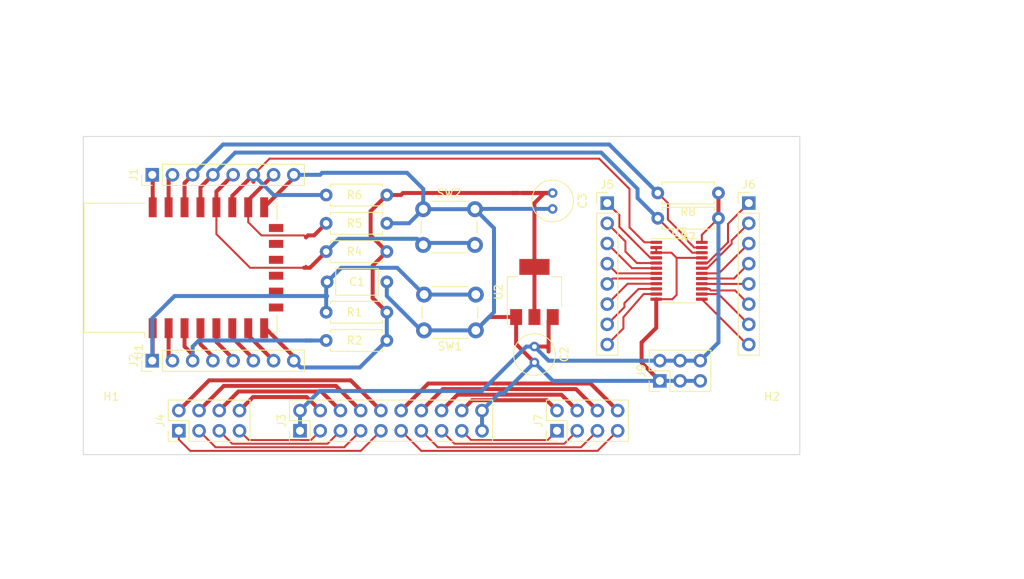
<source format=kicad_pcb>
(kicad_pcb (version 20171130) (host pcbnew 5.1.9-73d0e3b20d~88~ubuntu20.04.1)

  (general
    (thickness 1.6)
    (drawings 13)
    (tracks 279)
    (zones 0)
    (modules 25)
    (nets 50)
  )

  (page A4)
  (layers
    (0 F.Cu signal)
    (31 B.Cu signal)
    (32 B.Adhes user)
    (33 F.Adhes user)
    (34 B.Paste user)
    (35 F.Paste user)
    (36 B.SilkS user)
    (37 F.SilkS user)
    (38 B.Mask user)
    (39 F.Mask user)
    (40 Dwgs.User user)
    (41 Cmts.User user)
    (42 Eco1.User user)
    (43 Eco2.User user)
    (44 Edge.Cuts user)
    (45 Margin user)
    (46 B.CrtYd user)
    (47 F.CrtYd user)
    (48 B.Fab user)
    (49 F.Fab user hide)
  )

  (setup
    (last_trace_width 0.25)
    (user_trace_width 0.5)
    (trace_clearance 0.2)
    (zone_clearance 0.508)
    (zone_45_only no)
    (trace_min 0.2)
    (via_size 0.8)
    (via_drill 0.4)
    (via_min_size 0.4)
    (via_min_drill 0.3)
    (uvia_size 0.3)
    (uvia_drill 0.1)
    (uvias_allowed no)
    (uvia_min_size 0.2)
    (uvia_min_drill 0.1)
    (edge_width 0.1)
    (segment_width 0.2)
    (pcb_text_width 0.3)
    (pcb_text_size 1.5 1.5)
    (mod_edge_width 0.15)
    (mod_text_size 1 1)
    (mod_text_width 0.15)
    (pad_size 1.524 1.524)
    (pad_drill 0.762)
    (pad_to_mask_clearance 0)
    (aux_axis_origin 0 0)
    (visible_elements FFFFFF7F)
    (pcbplotparams
      (layerselection 0x010fc_ffffffff)
      (usegerberextensions false)
      (usegerberattributes true)
      (usegerberadvancedattributes true)
      (creategerberjobfile true)
      (excludeedgelayer true)
      (linewidth 0.100000)
      (plotframeref false)
      (viasonmask false)
      (mode 1)
      (useauxorigin false)
      (hpglpennumber 1)
      (hpglpenspeed 20)
      (hpglpendiameter 15.000000)
      (psnegative false)
      (psa4output false)
      (plotreference true)
      (plotvalue true)
      (plotinvisibletext false)
      (padsonsilk false)
      (subtractmaskfromsilk false)
      (outputformat 1)
      (mirror false)
      (drillshape 1)
      (scaleselection 1)
      (outputdirectory ""))
  )

  (net 0 "")
  (net 1 GND)
  (net 2 RST)
  (net 3 +5V)
  (net 4 GPIO15)
  (net 5 INT#)
  (net 6 GPIO0)
  (net 7 SDA)
  (net 8 SCL)
  (net 9 RX)
  (net 10 GPIO13)
  (net 11 GPIO12)
  (net 12 GPIO14)
  (net 13 GPIO16)
  (net 14 EN)
  (net 15 ADC)
  (net 16 IO16)
  (net 17 IO15)
  (net 18 IO14)
  (net 19 IO13)
  (net 20 IO12)
  (net 21 IO11)
  (net 22 IO10)
  (net 23 IO9)
  (net 24 IO8)
  (net 25 IO7)
  (net 26 IO6)
  (net 27 IO5)
  (net 28 IO4)
  (net 29 IO3)
  (net 30 IO2)
  (net 31 IO1)
  (net 32 TX)
  (net 33 +3V3)
  (net 34 "Net-(J5-Pad8)")
  (net 35 "Net-(J5-Pad7)")
  (net 36 "Net-(J5-Pad6)")
  (net 37 "Net-(J5-Pad5)")
  (net 38 "Net-(J5-Pad4)")
  (net 39 "Net-(J5-Pad3)")
  (net 40 "Net-(J5-Pad2)")
  (net 41 "Net-(J5-Pad1)")
  (net 42 "Net-(J6-Pad8)")
  (net 43 "Net-(J6-Pad7)")
  (net 44 "Net-(J6-Pad6)")
  (net 45 "Net-(J6-Pad5)")
  (net 46 "Net-(J6-Pad4)")
  (net 47 "Net-(J6-Pad3)")
  (net 48 "Net-(J6-Pad2)")
  (net 49 "Net-(J6-Pad1)")

  (net_class Default "This is the default net class."
    (clearance 0.2)
    (trace_width 0.25)
    (via_dia 0.8)
    (via_drill 0.4)
    (uvia_dia 0.3)
    (uvia_drill 0.1)
    (add_net +3V3)
    (add_net +5V)
    (add_net ADC)
    (add_net EN)
    (add_net GND)
    (add_net GPIO0)
    (add_net GPIO12)
    (add_net GPIO13)
    (add_net GPIO14)
    (add_net GPIO15)
    (add_net GPIO16)
    (add_net INT#)
    (add_net IO1)
    (add_net IO10)
    (add_net IO11)
    (add_net IO12)
    (add_net IO13)
    (add_net IO14)
    (add_net IO15)
    (add_net IO16)
    (add_net IO2)
    (add_net IO3)
    (add_net IO4)
    (add_net IO5)
    (add_net IO6)
    (add_net IO7)
    (add_net IO8)
    (add_net IO9)
    (add_net "Net-(J5-Pad1)")
    (add_net "Net-(J5-Pad2)")
    (add_net "Net-(J5-Pad3)")
    (add_net "Net-(J5-Pad4)")
    (add_net "Net-(J5-Pad5)")
    (add_net "Net-(J5-Pad6)")
    (add_net "Net-(J5-Pad7)")
    (add_net "Net-(J5-Pad8)")
    (add_net "Net-(J6-Pad1)")
    (add_net "Net-(J6-Pad2)")
    (add_net "Net-(J6-Pad3)")
    (add_net "Net-(J6-Pad4)")
    (add_net "Net-(J6-Pad5)")
    (add_net "Net-(J6-Pad6)")
    (add_net "Net-(J6-Pad7)")
    (add_net "Net-(J6-Pad8)")
    (add_net RST)
    (add_net RX)
    (add_net SCL)
    (add_net SDA)
    (add_net TX)
  )

  (module Resistor_THT:R_Axial_DIN0207_L6.3mm_D2.5mm_P7.62mm_Horizontal (layer F.Cu) (tedit 5AE5139B) (tstamp 6085EB78)
    (at 95.504 89.916)
    (descr "Resistor, Axial_DIN0207 series, Axial, Horizontal, pin pitch=7.62mm, 0.25W = 1/4W, length*diameter=6.3*2.5mm^2, http://cdn-reichelt.de/documents/datenblatt/B400/1_4W%23YAG.pdf")
    (tags "Resistor Axial_DIN0207 series Axial Horizontal pin pitch 7.62mm 0.25W = 1/4W length 6.3mm diameter 2.5mm")
    (path /6088EA89)
    (fp_text reference R5 (at 3.556 0) (layer F.SilkS)
      (effects (font (size 1 1) (thickness 0.15)))
    )
    (fp_text value 10K (at 3.81 2.37) (layer F.Fab)
      (effects (font (size 1 1) (thickness 0.15)))
    )
    (fp_text user %R (at 3.81 0) (layer F.Fab)
      (effects (font (size 1 1) (thickness 0.15)))
    )
    (fp_line (start 0.66 -1.25) (end 0.66 1.25) (layer F.Fab) (width 0.1))
    (fp_line (start 0.66 1.25) (end 6.96 1.25) (layer F.Fab) (width 0.1))
    (fp_line (start 6.96 1.25) (end 6.96 -1.25) (layer F.Fab) (width 0.1))
    (fp_line (start 6.96 -1.25) (end 0.66 -1.25) (layer F.Fab) (width 0.1))
    (fp_line (start 0 0) (end 0.66 0) (layer F.Fab) (width 0.1))
    (fp_line (start 7.62 0) (end 6.96 0) (layer F.Fab) (width 0.1))
    (fp_line (start 0.54 -1.04) (end 0.54 -1.37) (layer F.SilkS) (width 0.12))
    (fp_line (start 0.54 -1.37) (end 7.08 -1.37) (layer F.SilkS) (width 0.12))
    (fp_line (start 7.08 -1.37) (end 7.08 -1.04) (layer F.SilkS) (width 0.12))
    (fp_line (start 0.54 1.04) (end 0.54 1.37) (layer F.SilkS) (width 0.12))
    (fp_line (start 0.54 1.37) (end 7.08 1.37) (layer F.SilkS) (width 0.12))
    (fp_line (start 7.08 1.37) (end 7.08 1.04) (layer F.SilkS) (width 0.12))
    (fp_line (start -1.05 -1.5) (end -1.05 1.5) (layer F.CrtYd) (width 0.05))
    (fp_line (start -1.05 1.5) (end 8.67 1.5) (layer F.CrtYd) (width 0.05))
    (fp_line (start 8.67 1.5) (end 8.67 -1.5) (layer F.CrtYd) (width 0.05))
    (fp_line (start 8.67 -1.5) (end -1.05 -1.5) (layer F.CrtYd) (width 0.05))
    (pad 2 thru_hole oval (at 7.62 0) (size 1.6 1.6) (drill 0.8) (layers *.Cu *.Mask)
      (net 1 GND))
    (pad 1 thru_hole circle (at 0 0) (size 1.6 1.6) (drill 0.8) (layers *.Cu *.Mask)
      (net 4 GPIO15))
    (model ${KISYS3DMOD}/Resistor_THT.3dshapes/R_Axial_DIN0207_L6.3mm_D2.5mm_P7.62mm_Horizontal.wrl
      (at (xyz 0 0 0))
      (scale (xyz 1 1 1))
      (rotate (xyz 0 0 0))
    )
  )

  (module Resistor_THT:R_Axial_DIN0207_L6.3mm_D2.5mm_P7.62mm_Horizontal (layer F.Cu) (tedit 5AE5139B) (tstamp 6085B814)
    (at 144.78 86.106 180)
    (descr "Resistor, Axial_DIN0207 series, Axial, Horizontal, pin pitch=7.62mm, 0.25W = 1/4W, length*diameter=6.3*2.5mm^2, http://cdn-reichelt.de/documents/datenblatt/B400/1_4W%23YAG.pdf")
    (tags "Resistor Axial_DIN0207 series Axial Horizontal pin pitch 7.62mm 0.25W = 1/4W length 6.3mm diameter 2.5mm")
    (path /60B24E3D)
    (fp_text reference R8 (at 3.81 -2.37) (layer F.SilkS)
      (effects (font (size 1 1) (thickness 0.15)))
    )
    (fp_text value 10K (at 3.81 2.37) (layer F.Fab)
      (effects (font (size 1 1) (thickness 0.15)))
    )
    (fp_text user %R (at 3.81 0) (layer F.Fab)
      (effects (font (size 1 1) (thickness 0.15)))
    )
    (fp_line (start 0.66 -1.25) (end 0.66 1.25) (layer F.Fab) (width 0.1))
    (fp_line (start 0.66 1.25) (end 6.96 1.25) (layer F.Fab) (width 0.1))
    (fp_line (start 6.96 1.25) (end 6.96 -1.25) (layer F.Fab) (width 0.1))
    (fp_line (start 6.96 -1.25) (end 0.66 -1.25) (layer F.Fab) (width 0.1))
    (fp_line (start 0 0) (end 0.66 0) (layer F.Fab) (width 0.1))
    (fp_line (start 7.62 0) (end 6.96 0) (layer F.Fab) (width 0.1))
    (fp_line (start 0.54 -1.04) (end 0.54 -1.37) (layer F.SilkS) (width 0.12))
    (fp_line (start 0.54 -1.37) (end 7.08 -1.37) (layer F.SilkS) (width 0.12))
    (fp_line (start 7.08 -1.37) (end 7.08 -1.04) (layer F.SilkS) (width 0.12))
    (fp_line (start 0.54 1.04) (end 0.54 1.37) (layer F.SilkS) (width 0.12))
    (fp_line (start 0.54 1.37) (end 7.08 1.37) (layer F.SilkS) (width 0.12))
    (fp_line (start 7.08 1.37) (end 7.08 1.04) (layer F.SilkS) (width 0.12))
    (fp_line (start -1.05 -1.5) (end -1.05 1.5) (layer F.CrtYd) (width 0.05))
    (fp_line (start -1.05 1.5) (end 8.67 1.5) (layer F.CrtYd) (width 0.05))
    (fp_line (start 8.67 1.5) (end 8.67 -1.5) (layer F.CrtYd) (width 0.05))
    (fp_line (start 8.67 -1.5) (end -1.05 -1.5) (layer F.CrtYd) (width 0.05))
    (pad 2 thru_hole oval (at 7.62 0 180) (size 1.6 1.6) (drill 0.8) (layers *.Cu *.Mask)
      (net 7 SDA))
    (pad 1 thru_hole circle (at 0 0 180) (size 1.6 1.6) (drill 0.8) (layers *.Cu *.Mask)
      (net 3 +5V))
    (model ${KISYS3DMOD}/Resistor_THT.3dshapes/R_Axial_DIN0207_L6.3mm_D2.5mm_P7.62mm_Horizontal.wrl
      (at (xyz 0 0 0))
      (scale (xyz 1 1 1))
      (rotate (xyz 0 0 0))
    )
  )

  (module Resistor_THT:R_Axial_DIN0207_L6.3mm_D2.5mm_P7.62mm_Horizontal (layer F.Cu) (tedit 5AE5139B) (tstamp 6085B874)
    (at 144.78 89.281 180)
    (descr "Resistor, Axial_DIN0207 series, Axial, Horizontal, pin pitch=7.62mm, 0.25W = 1/4W, length*diameter=6.3*2.5mm^2, http://cdn-reichelt.de/documents/datenblatt/B400/1_4W%23YAG.pdf")
    (tags "Resistor Axial_DIN0207 series Axial Horizontal pin pitch 7.62mm 0.25W = 1/4W length 6.3mm diameter 2.5mm")
    (path /60B249FF)
    (fp_text reference R7 (at 3.81 -2.37) (layer F.SilkS)
      (effects (font (size 1 1) (thickness 0.15)))
    )
    (fp_text value 10K (at 3.81 2.37) (layer F.Fab)
      (effects (font (size 1 1) (thickness 0.15)))
    )
    (fp_text user %R (at 3.81 0) (layer F.Fab)
      (effects (font (size 1 1) (thickness 0.15)))
    )
    (fp_line (start 0.66 -1.25) (end 0.66 1.25) (layer F.Fab) (width 0.1))
    (fp_line (start 0.66 1.25) (end 6.96 1.25) (layer F.Fab) (width 0.1))
    (fp_line (start 6.96 1.25) (end 6.96 -1.25) (layer F.Fab) (width 0.1))
    (fp_line (start 6.96 -1.25) (end 0.66 -1.25) (layer F.Fab) (width 0.1))
    (fp_line (start 0 0) (end 0.66 0) (layer F.Fab) (width 0.1))
    (fp_line (start 7.62 0) (end 6.96 0) (layer F.Fab) (width 0.1))
    (fp_line (start 0.54 -1.04) (end 0.54 -1.37) (layer F.SilkS) (width 0.12))
    (fp_line (start 0.54 -1.37) (end 7.08 -1.37) (layer F.SilkS) (width 0.12))
    (fp_line (start 7.08 -1.37) (end 7.08 -1.04) (layer F.SilkS) (width 0.12))
    (fp_line (start 0.54 1.04) (end 0.54 1.37) (layer F.SilkS) (width 0.12))
    (fp_line (start 0.54 1.37) (end 7.08 1.37) (layer F.SilkS) (width 0.12))
    (fp_line (start 7.08 1.37) (end 7.08 1.04) (layer F.SilkS) (width 0.12))
    (fp_line (start -1.05 -1.5) (end -1.05 1.5) (layer F.CrtYd) (width 0.05))
    (fp_line (start -1.05 1.5) (end 8.67 1.5) (layer F.CrtYd) (width 0.05))
    (fp_line (start 8.67 1.5) (end 8.67 -1.5) (layer F.CrtYd) (width 0.05))
    (fp_line (start 8.67 -1.5) (end -1.05 -1.5) (layer F.CrtYd) (width 0.05))
    (pad 2 thru_hole oval (at 7.62 0 180) (size 1.6 1.6) (drill 0.8) (layers *.Cu *.Mask)
      (net 8 SCL))
    (pad 1 thru_hole circle (at 0 0 180) (size 1.6 1.6) (drill 0.8) (layers *.Cu *.Mask)
      (net 3 +5V))
    (model ${KISYS3DMOD}/Resistor_THT.3dshapes/R_Axial_DIN0207_L6.3mm_D2.5mm_P7.62mm_Horizontal.wrl
      (at (xyz 0 0 0))
      (scale (xyz 1 1 1))
      (rotate (xyz 0 0 0))
    )
  )

  (module Resistor_THT:R_Axial_DIN0207_L6.3mm_D2.5mm_P7.62mm_Horizontal (layer F.Cu) (tedit 5AE5139B) (tstamp 6085BC10)
    (at 103.124 86.36 180)
    (descr "Resistor, Axial_DIN0207 series, Axial, Horizontal, pin pitch=7.62mm, 0.25W = 1/4W, length*diameter=6.3*2.5mm^2, http://cdn-reichelt.de/documents/datenblatt/B400/1_4W%23YAG.pdf")
    (tags "Resistor Axial_DIN0207 series Axial Horizontal pin pitch 7.62mm 0.25W = 1/4W length 6.3mm diameter 2.5mm")
    (path /6087068A)
    (fp_text reference R6 (at 4.064 0) (layer F.SilkS)
      (effects (font (size 1 1) (thickness 0.15)))
    )
    (fp_text value 10K (at 3.81 2.37) (layer F.Fab)
      (effects (font (size 1 1) (thickness 0.15)))
    )
    (fp_text user %R (at 3.81 0) (layer F.Fab)
      (effects (font (size 1 1) (thickness 0.15)))
    )
    (fp_line (start 0.66 -1.25) (end 0.66 1.25) (layer F.Fab) (width 0.1))
    (fp_line (start 0.66 1.25) (end 6.96 1.25) (layer F.Fab) (width 0.1))
    (fp_line (start 6.96 1.25) (end 6.96 -1.25) (layer F.Fab) (width 0.1))
    (fp_line (start 6.96 -1.25) (end 0.66 -1.25) (layer F.Fab) (width 0.1))
    (fp_line (start 0 0) (end 0.66 0) (layer F.Fab) (width 0.1))
    (fp_line (start 7.62 0) (end 6.96 0) (layer F.Fab) (width 0.1))
    (fp_line (start 0.54 -1.04) (end 0.54 -1.37) (layer F.SilkS) (width 0.12))
    (fp_line (start 0.54 -1.37) (end 7.08 -1.37) (layer F.SilkS) (width 0.12))
    (fp_line (start 7.08 -1.37) (end 7.08 -1.04) (layer F.SilkS) (width 0.12))
    (fp_line (start 0.54 1.04) (end 0.54 1.37) (layer F.SilkS) (width 0.12))
    (fp_line (start 0.54 1.37) (end 7.08 1.37) (layer F.SilkS) (width 0.12))
    (fp_line (start 7.08 1.37) (end 7.08 1.04) (layer F.SilkS) (width 0.12))
    (fp_line (start -1.05 -1.5) (end -1.05 1.5) (layer F.CrtYd) (width 0.05))
    (fp_line (start -1.05 1.5) (end 8.67 1.5) (layer F.CrtYd) (width 0.05))
    (fp_line (start 8.67 1.5) (end 8.67 -1.5) (layer F.CrtYd) (width 0.05))
    (fp_line (start 8.67 -1.5) (end -1.05 -1.5) (layer F.CrtYd) (width 0.05))
    (pad 2 thru_hole oval (at 7.62 0 180) (size 1.6 1.6) (drill 0.8) (layers *.Cu *.Mask)
      (net 5 INT#))
    (pad 1 thru_hole circle (at 0 0 180) (size 1.6 1.6) (drill 0.8) (layers *.Cu *.Mask)
      (net 33 +3V3))
    (model ${KISYS3DMOD}/Resistor_THT.3dshapes/R_Axial_DIN0207_L6.3mm_D2.5mm_P7.62mm_Horizontal.wrl
      (at (xyz 0 0 0))
      (scale (xyz 1 1 1))
      (rotate (xyz 0 0 0))
    )
  )

  (module Resistor_THT:R_Axial_DIN0207_L6.3mm_D2.5mm_P7.62mm_Horizontal (layer F.Cu) (tedit 5AE5139B) (tstamp 6085B8CE)
    (at 103.124 93.472 180)
    (descr "Resistor, Axial_DIN0207 series, Axial, Horizontal, pin pitch=7.62mm, 0.25W = 1/4W, length*diameter=6.3*2.5mm^2, http://cdn-reichelt.de/documents/datenblatt/B400/1_4W%23YAG.pdf")
    (tags "Resistor Axial_DIN0207 series Axial Horizontal pin pitch 7.62mm 0.25W = 1/4W length 6.3mm diameter 2.5mm")
    (path /6086FDD7)
    (fp_text reference R4 (at 4.064 0) (layer F.SilkS)
      (effects (font (size 1 1) (thickness 0.15)))
    )
    (fp_text value 10K (at 3.81 2.37) (layer F.Fab)
      (effects (font (size 1 1) (thickness 0.15)))
    )
    (fp_text user %R (at 3.81 0) (layer F.Fab)
      (effects (font (size 1 1) (thickness 0.15)))
    )
    (fp_line (start 0.66 -1.25) (end 0.66 1.25) (layer F.Fab) (width 0.1))
    (fp_line (start 0.66 1.25) (end 6.96 1.25) (layer F.Fab) (width 0.1))
    (fp_line (start 6.96 1.25) (end 6.96 -1.25) (layer F.Fab) (width 0.1))
    (fp_line (start 6.96 -1.25) (end 0.66 -1.25) (layer F.Fab) (width 0.1))
    (fp_line (start 0 0) (end 0.66 0) (layer F.Fab) (width 0.1))
    (fp_line (start 7.62 0) (end 6.96 0) (layer F.Fab) (width 0.1))
    (fp_line (start 0.54 -1.04) (end 0.54 -1.37) (layer F.SilkS) (width 0.12))
    (fp_line (start 0.54 -1.37) (end 7.08 -1.37) (layer F.SilkS) (width 0.12))
    (fp_line (start 7.08 -1.37) (end 7.08 -1.04) (layer F.SilkS) (width 0.12))
    (fp_line (start 0.54 1.04) (end 0.54 1.37) (layer F.SilkS) (width 0.12))
    (fp_line (start 0.54 1.37) (end 7.08 1.37) (layer F.SilkS) (width 0.12))
    (fp_line (start 7.08 1.37) (end 7.08 1.04) (layer F.SilkS) (width 0.12))
    (fp_line (start -1.05 -1.5) (end -1.05 1.5) (layer F.CrtYd) (width 0.05))
    (fp_line (start -1.05 1.5) (end 8.67 1.5) (layer F.CrtYd) (width 0.05))
    (fp_line (start 8.67 1.5) (end 8.67 -1.5) (layer F.CrtYd) (width 0.05))
    (fp_line (start 8.67 -1.5) (end -1.05 -1.5) (layer F.CrtYd) (width 0.05))
    (pad 2 thru_hole oval (at 7.62 0 180) (size 1.6 1.6) (drill 0.8) (layers *.Cu *.Mask)
      (net 6 GPIO0))
    (pad 1 thru_hole circle (at 0 0 180) (size 1.6 1.6) (drill 0.8) (layers *.Cu *.Mask)
      (net 33 +3V3))
    (model ${KISYS3DMOD}/Resistor_THT.3dshapes/R_Axial_DIN0207_L6.3mm_D2.5mm_P7.62mm_Horizontal.wrl
      (at (xyz 0 0 0))
      (scale (xyz 1 1 1))
      (rotate (xyz 0 0 0))
    )
  )

  (module Resistor_THT:R_Axial_DIN0207_L6.3mm_D2.5mm_P7.62mm_Horizontal (layer F.Cu) (tedit 5AE5139B) (tstamp 6085BBCE)
    (at 103.124 104.648 180)
    (descr "Resistor, Axial_DIN0207 series, Axial, Horizontal, pin pitch=7.62mm, 0.25W = 1/4W, length*diameter=6.3*2.5mm^2, http://cdn-reichelt.de/documents/datenblatt/B400/1_4W%23YAG.pdf")
    (tags "Resistor Axial_DIN0207 series Axial Horizontal pin pitch 7.62mm 0.25W = 1/4W length 6.3mm diameter 2.5mm")
    (path /608416FA)
    (fp_text reference R2 (at 4.064 0) (layer F.SilkS)
      (effects (font (size 1 1) (thickness 0.15)))
    )
    (fp_text value 10K (at 3.81 2.37) (layer F.Fab)
      (effects (font (size 1 1) (thickness 0.15)))
    )
    (fp_text user %R (at 3.81 0) (layer F.Fab)
      (effects (font (size 1 1) (thickness 0.15)))
    )
    (fp_line (start 0.66 -1.25) (end 0.66 1.25) (layer F.Fab) (width 0.1))
    (fp_line (start 0.66 1.25) (end 6.96 1.25) (layer F.Fab) (width 0.1))
    (fp_line (start 6.96 1.25) (end 6.96 -1.25) (layer F.Fab) (width 0.1))
    (fp_line (start 6.96 -1.25) (end 0.66 -1.25) (layer F.Fab) (width 0.1))
    (fp_line (start 0 0) (end 0.66 0) (layer F.Fab) (width 0.1))
    (fp_line (start 7.62 0) (end 6.96 0) (layer F.Fab) (width 0.1))
    (fp_line (start 0.54 -1.04) (end 0.54 -1.37) (layer F.SilkS) (width 0.12))
    (fp_line (start 0.54 -1.37) (end 7.08 -1.37) (layer F.SilkS) (width 0.12))
    (fp_line (start 7.08 -1.37) (end 7.08 -1.04) (layer F.SilkS) (width 0.12))
    (fp_line (start 0.54 1.04) (end 0.54 1.37) (layer F.SilkS) (width 0.12))
    (fp_line (start 0.54 1.37) (end 7.08 1.37) (layer F.SilkS) (width 0.12))
    (fp_line (start 7.08 1.37) (end 7.08 1.04) (layer F.SilkS) (width 0.12))
    (fp_line (start -1.05 -1.5) (end -1.05 1.5) (layer F.CrtYd) (width 0.05))
    (fp_line (start -1.05 1.5) (end 8.67 1.5) (layer F.CrtYd) (width 0.05))
    (fp_line (start 8.67 1.5) (end 8.67 -1.5) (layer F.CrtYd) (width 0.05))
    (fp_line (start 8.67 -1.5) (end -1.05 -1.5) (layer F.CrtYd) (width 0.05))
    (pad 2 thru_hole oval (at 7.62 0 180) (size 1.6 1.6) (drill 0.8) (layers *.Cu *.Mask)
      (net 14 EN))
    (pad 1 thru_hole circle (at 0 0 180) (size 1.6 1.6) (drill 0.8) (layers *.Cu *.Mask)
      (net 33 +3V3))
    (model ${KISYS3DMOD}/Resistor_THT.3dshapes/R_Axial_DIN0207_L6.3mm_D2.5mm_P7.62mm_Horizontal.wrl
      (at (xyz 0 0 0))
      (scale (xyz 1 1 1))
      (rotate (xyz 0 0 0))
    )
  )

  (module Resistor_THT:R_Axial_DIN0207_L6.3mm_D2.5mm_P7.62mm_Horizontal (layer F.Cu) (tedit 5AE5139B) (tstamp 6085B751)
    (at 103.124 101.092 180)
    (descr "Resistor, Axial_DIN0207 series, Axial, Horizontal, pin pitch=7.62mm, 0.25W = 1/4W, length*diameter=6.3*2.5mm^2, http://cdn-reichelt.de/documents/datenblatt/B400/1_4W%23YAG.pdf")
    (tags "Resistor Axial_DIN0207 series Axial Horizontal pin pitch 7.62mm 0.25W = 1/4W length 6.3mm diameter 2.5mm")
    (path /6073680F)
    (fp_text reference R1 (at 4.064 0) (layer F.SilkS)
      (effects (font (size 1 1) (thickness 0.15)))
    )
    (fp_text value 10K (at 3.81 2.37) (layer F.Fab)
      (effects (font (size 1 1) (thickness 0.15)))
    )
    (fp_text user %R (at 3.81 0) (layer F.Fab)
      (effects (font (size 1 1) (thickness 0.15)))
    )
    (fp_line (start 0.66 -1.25) (end 0.66 1.25) (layer F.Fab) (width 0.1))
    (fp_line (start 0.66 1.25) (end 6.96 1.25) (layer F.Fab) (width 0.1))
    (fp_line (start 6.96 1.25) (end 6.96 -1.25) (layer F.Fab) (width 0.1))
    (fp_line (start 6.96 -1.25) (end 0.66 -1.25) (layer F.Fab) (width 0.1))
    (fp_line (start 0 0) (end 0.66 0) (layer F.Fab) (width 0.1))
    (fp_line (start 7.62 0) (end 6.96 0) (layer F.Fab) (width 0.1))
    (fp_line (start 0.54 -1.04) (end 0.54 -1.37) (layer F.SilkS) (width 0.12))
    (fp_line (start 0.54 -1.37) (end 7.08 -1.37) (layer F.SilkS) (width 0.12))
    (fp_line (start 7.08 -1.37) (end 7.08 -1.04) (layer F.SilkS) (width 0.12))
    (fp_line (start 0.54 1.04) (end 0.54 1.37) (layer F.SilkS) (width 0.12))
    (fp_line (start 0.54 1.37) (end 7.08 1.37) (layer F.SilkS) (width 0.12))
    (fp_line (start 7.08 1.37) (end 7.08 1.04) (layer F.SilkS) (width 0.12))
    (fp_line (start -1.05 -1.5) (end -1.05 1.5) (layer F.CrtYd) (width 0.05))
    (fp_line (start -1.05 1.5) (end 8.67 1.5) (layer F.CrtYd) (width 0.05))
    (fp_line (start 8.67 1.5) (end 8.67 -1.5) (layer F.CrtYd) (width 0.05))
    (fp_line (start 8.67 -1.5) (end -1.05 -1.5) (layer F.CrtYd) (width 0.05))
    (pad 2 thru_hole oval (at 7.62 0 180) (size 1.6 1.6) (drill 0.8) (layers *.Cu *.Mask)
      (net 2 RST))
    (pad 1 thru_hole circle (at 0 0 180) (size 1.6 1.6) (drill 0.8) (layers *.Cu *.Mask)
      (net 33 +3V3))
    (model ${KISYS3DMOD}/Resistor_THT.3dshapes/R_Axial_DIN0207_L6.3mm_D2.5mm_P7.62mm_Horizontal.wrl
      (at (xyz 0 0 0))
      (scale (xyz 1 1 1))
      (rotate (xyz 0 0 0))
    )
  )

  (module Capacitor_THT:C_Axial_L5.1mm_D3.1mm_P7.50mm_Horizontal (layer F.Cu) (tedit 5AE50EF0) (tstamp 6085EE3C)
    (at 95.624 97.282)
    (descr "C, Axial series, Axial, Horizontal, pin pitch=7.5mm, , length*diameter=5.1*3.1mm^2, http://www.vishay.com/docs/45231/arseries.pdf")
    (tags "C Axial series Axial Horizontal pin pitch 7.5mm  length 5.1mm diameter 3.1mm")
    (path /608833B0)
    (fp_text reference C1 (at 3.75 0) (layer F.SilkS)
      (effects (font (size 1 1) (thickness 0.15)))
    )
    (fp_text value 100n (at 3.75 2.67) (layer F.Fab)
      (effects (font (size 1 1) (thickness 0.15)))
    )
    (fp_text user %R (at 3.75 0) (layer F.Fab)
      (effects (font (size 1 1) (thickness 0.15)))
    )
    (fp_line (start 1.2 -1.55) (end 1.2 1.55) (layer F.Fab) (width 0.1))
    (fp_line (start 1.2 1.55) (end 6.3 1.55) (layer F.Fab) (width 0.1))
    (fp_line (start 6.3 1.55) (end 6.3 -1.55) (layer F.Fab) (width 0.1))
    (fp_line (start 6.3 -1.55) (end 1.2 -1.55) (layer F.Fab) (width 0.1))
    (fp_line (start 0 0) (end 1.2 0) (layer F.Fab) (width 0.1))
    (fp_line (start 7.5 0) (end 6.3 0) (layer F.Fab) (width 0.1))
    (fp_line (start 1.08 -1.67) (end 1.08 1.67) (layer F.SilkS) (width 0.12))
    (fp_line (start 1.08 1.67) (end 6.42 1.67) (layer F.SilkS) (width 0.12))
    (fp_line (start 6.42 1.67) (end 6.42 -1.67) (layer F.SilkS) (width 0.12))
    (fp_line (start 6.42 -1.67) (end 1.08 -1.67) (layer F.SilkS) (width 0.12))
    (fp_line (start 1.04 0) (end 1.08 0) (layer F.SilkS) (width 0.12))
    (fp_line (start 6.46 0) (end 6.42 0) (layer F.SilkS) (width 0.12))
    (fp_line (start -1.05 -1.8) (end -1.05 1.8) (layer F.CrtYd) (width 0.05))
    (fp_line (start -1.05 1.8) (end 8.55 1.8) (layer F.CrtYd) (width 0.05))
    (fp_line (start 8.55 1.8) (end 8.55 -1.8) (layer F.CrtYd) (width 0.05))
    (fp_line (start 8.55 -1.8) (end -1.05 -1.8) (layer F.CrtYd) (width 0.05))
    (pad 2 thru_hole oval (at 7.5 0) (size 1.6 1.6) (drill 0.8) (layers *.Cu *.Mask)
      (net 1 GND))
    (pad 1 thru_hole circle (at 0 0) (size 1.6 1.6) (drill 0.8) (layers *.Cu *.Mask)
      (net 2 RST))
    (model ${KISYS3DMOD}/Capacitor_THT.3dshapes/C_Axial_L5.1mm_D3.1mm_P7.50mm_Horizontal.wrl
      (at (xyz 0 0 0))
      (scale (xyz 1 1 1))
      (rotate (xyz 0 0 0))
    )
  )

  (module Connector_PinHeader_2.54mm:PinHeader_2x03_P2.54mm_Vertical (layer F.Cu) (tedit 59FED5CC) (tstamp 6085CB42)
    (at 137.414 109.728 90)
    (descr "Through hole straight pin header, 2x03, 2.54mm pitch, double rows")
    (tags "Through hole pin header THT 2x03 2.54mm double row")
    (path /60B8EC0E)
    (fp_text reference J9 (at 1.27 -2.33 90) (layer F.SilkS)
      (effects (font (size 1 1) (thickness 0.15)))
    )
    (fp_text value Conn_02x03 (at 1.27 7.41 90) (layer F.Fab)
      (effects (font (size 1 1) (thickness 0.15)))
    )
    (fp_line (start 4.35 -1.8) (end -1.8 -1.8) (layer F.CrtYd) (width 0.05))
    (fp_line (start 4.35 6.85) (end 4.35 -1.8) (layer F.CrtYd) (width 0.05))
    (fp_line (start -1.8 6.85) (end 4.35 6.85) (layer F.CrtYd) (width 0.05))
    (fp_line (start -1.8 -1.8) (end -1.8 6.85) (layer F.CrtYd) (width 0.05))
    (fp_line (start -1.33 -1.33) (end 0 -1.33) (layer F.SilkS) (width 0.12))
    (fp_line (start -1.33 0) (end -1.33 -1.33) (layer F.SilkS) (width 0.12))
    (fp_line (start 1.27 -1.33) (end 3.87 -1.33) (layer F.SilkS) (width 0.12))
    (fp_line (start 1.27 1.27) (end 1.27 -1.33) (layer F.SilkS) (width 0.12))
    (fp_line (start -1.33 1.27) (end 1.27 1.27) (layer F.SilkS) (width 0.12))
    (fp_line (start 3.87 -1.33) (end 3.87 6.41) (layer F.SilkS) (width 0.12))
    (fp_line (start -1.33 1.27) (end -1.33 6.41) (layer F.SilkS) (width 0.12))
    (fp_line (start -1.33 6.41) (end 3.87 6.41) (layer F.SilkS) (width 0.12))
    (fp_line (start -1.27 0) (end 0 -1.27) (layer F.Fab) (width 0.1))
    (fp_line (start -1.27 6.35) (end -1.27 0) (layer F.Fab) (width 0.1))
    (fp_line (start 3.81 6.35) (end -1.27 6.35) (layer F.Fab) (width 0.1))
    (fp_line (start 3.81 -1.27) (end 3.81 6.35) (layer F.Fab) (width 0.1))
    (fp_line (start 0 -1.27) (end 3.81 -1.27) (layer F.Fab) (width 0.1))
    (fp_text user %R (at 1.27 2.54) (layer F.Fab)
      (effects (font (size 1 1) (thickness 0.15)))
    )
    (pad 6 thru_hole oval (at 2.54 5.08 90) (size 1.7 1.7) (drill 1) (layers *.Cu *.Mask)
      (net 3 +5V))
    (pad 5 thru_hole oval (at 0 5.08 90) (size 1.7 1.7) (drill 1) (layers *.Cu *.Mask)
      (net 1 GND))
    (pad 4 thru_hole oval (at 2.54 2.54 90) (size 1.7 1.7) (drill 1) (layers *.Cu *.Mask)
      (net 3 +5V))
    (pad 3 thru_hole oval (at 0 2.54 90) (size 1.7 1.7) (drill 1) (layers *.Cu *.Mask)
      (net 1 GND))
    (pad 2 thru_hole oval (at 2.54 0 90) (size 1.7 1.7) (drill 1) (layers *.Cu *.Mask)
      (net 3 +5V))
    (pad 1 thru_hole rect (at 0 0 90) (size 1.7 1.7) (drill 1) (layers *.Cu *.Mask)
      (net 1 GND))
    (model ${KISYS3DMOD}/Connector_PinHeader_2.54mm.3dshapes/PinHeader_2x03_P2.54mm_Vertical.wrl
      (at (xyz 0 0 0))
      (scale (xyz 1 1 1))
      (rotate (xyz 0 0 0))
    )
  )

  (module Connector_PinHeader_2.54mm:PinHeader_2x04_P2.54mm_Vertical (layer F.Cu) (tedit 59FED5CC) (tstamp 60859F6D)
    (at 124.5 116 90)
    (descr "Through hole straight pin header, 2x04, 2.54mm pitch, double rows")
    (tags "Through hole pin header THT 2x04 2.54mm double row")
    (path /60A9124B)
    (fp_text reference J7 (at 1.27 -2.33 90) (layer F.SilkS)
      (effects (font (size 1 1) (thickness 0.15)))
    )
    (fp_text value Conn_02x04 (at 1.27 9.95 90) (layer F.Fab)
      (effects (font (size 1 1) (thickness 0.15)))
    )
    (fp_line (start 4.35 -1.8) (end -1.8 -1.8) (layer F.CrtYd) (width 0.05))
    (fp_line (start 4.35 9.4) (end 4.35 -1.8) (layer F.CrtYd) (width 0.05))
    (fp_line (start -1.8 9.4) (end 4.35 9.4) (layer F.CrtYd) (width 0.05))
    (fp_line (start -1.8 -1.8) (end -1.8 9.4) (layer F.CrtYd) (width 0.05))
    (fp_line (start -1.33 -1.33) (end 0 -1.33) (layer F.SilkS) (width 0.12))
    (fp_line (start -1.33 0) (end -1.33 -1.33) (layer F.SilkS) (width 0.12))
    (fp_line (start 1.27 -1.33) (end 3.87 -1.33) (layer F.SilkS) (width 0.12))
    (fp_line (start 1.27 1.27) (end 1.27 -1.33) (layer F.SilkS) (width 0.12))
    (fp_line (start -1.33 1.27) (end 1.27 1.27) (layer F.SilkS) (width 0.12))
    (fp_line (start 3.87 -1.33) (end 3.87 8.95) (layer F.SilkS) (width 0.12))
    (fp_line (start -1.33 1.27) (end -1.33 8.95) (layer F.SilkS) (width 0.12))
    (fp_line (start -1.33 8.95) (end 3.87 8.95) (layer F.SilkS) (width 0.12))
    (fp_line (start -1.27 0) (end 0 -1.27) (layer F.Fab) (width 0.1))
    (fp_line (start -1.27 8.89) (end -1.27 0) (layer F.Fab) (width 0.1))
    (fp_line (start 3.81 8.89) (end -1.27 8.89) (layer F.Fab) (width 0.1))
    (fp_line (start 3.81 -1.27) (end 3.81 8.89) (layer F.Fab) (width 0.1))
    (fp_line (start 0 -1.27) (end 3.81 -1.27) (layer F.Fab) (width 0.1))
    (fp_text user %R (at 1.27 3.81) (layer F.Fab)
      (effects (font (size 1 1) (thickness 0.15)))
    )
    (pad 8 thru_hole oval (at 2.54 7.62 90) (size 1.7 1.7) (drill 1) (layers *.Cu *.Mask)
      (net 22 IO10))
    (pad 7 thru_hole oval (at 0 7.62 90) (size 1.7 1.7) (drill 1) (layers *.Cu *.Mask)
      (net 23 IO9))
    (pad 6 thru_hole oval (at 2.54 5.08 90) (size 1.7 1.7) (drill 1) (layers *.Cu *.Mask)
      (net 20 IO12))
    (pad 5 thru_hole oval (at 0 5.08 90) (size 1.7 1.7) (drill 1) (layers *.Cu *.Mask)
      (net 21 IO11))
    (pad 4 thru_hole oval (at 2.54 2.54 90) (size 1.7 1.7) (drill 1) (layers *.Cu *.Mask)
      (net 18 IO14))
    (pad 3 thru_hole oval (at 0 2.54 90) (size 1.7 1.7) (drill 1) (layers *.Cu *.Mask)
      (net 19 IO13))
    (pad 2 thru_hole oval (at 2.54 0 90) (size 1.7 1.7) (drill 1) (layers *.Cu *.Mask)
      (net 16 IO16))
    (pad 1 thru_hole rect (at 0 0 90) (size 1.7 1.7) (drill 1) (layers *.Cu *.Mask)
      (net 17 IO15))
    (model ${KISYS3DMOD}/Connector_PinHeader_2.54mm.3dshapes/PinHeader_2x04_P2.54mm_Vertical.wrl
      (at (xyz 0 0 0))
      (scale (xyz 1 1 1))
      (rotate (xyz 0 0 0))
    )
  )

  (module Connector_PinHeader_2.54mm:PinHeader_2x04_P2.54mm_Vertical (layer F.Cu) (tedit 59FED5CC) (tstamp 6085A5EC)
    (at 77 116 90)
    (descr "Through hole straight pin header, 2x04, 2.54mm pitch, double rows")
    (tags "Through hole pin header THT 2x04 2.54mm double row")
    (path /608854B7)
    (fp_text reference J4 (at 1.27 -2.33 90) (layer F.SilkS)
      (effects (font (size 1 1) (thickness 0.15)))
    )
    (fp_text value Conn_02x04 (at 1.27 9.95 90) (layer F.Fab)
      (effects (font (size 1 1) (thickness 0.15)))
    )
    (fp_line (start 4.35 -1.8) (end -1.8 -1.8) (layer F.CrtYd) (width 0.05))
    (fp_line (start 4.35 9.4) (end 4.35 -1.8) (layer F.CrtYd) (width 0.05))
    (fp_line (start -1.8 9.4) (end 4.35 9.4) (layer F.CrtYd) (width 0.05))
    (fp_line (start -1.8 -1.8) (end -1.8 9.4) (layer F.CrtYd) (width 0.05))
    (fp_line (start -1.33 -1.33) (end 0 -1.33) (layer F.SilkS) (width 0.12))
    (fp_line (start -1.33 0) (end -1.33 -1.33) (layer F.SilkS) (width 0.12))
    (fp_line (start 1.27 -1.33) (end 3.87 -1.33) (layer F.SilkS) (width 0.12))
    (fp_line (start 1.27 1.27) (end 1.27 -1.33) (layer F.SilkS) (width 0.12))
    (fp_line (start -1.33 1.27) (end 1.27 1.27) (layer F.SilkS) (width 0.12))
    (fp_line (start 3.87 -1.33) (end 3.87 8.95) (layer F.SilkS) (width 0.12))
    (fp_line (start -1.33 1.27) (end -1.33 8.95) (layer F.SilkS) (width 0.12))
    (fp_line (start -1.33 8.95) (end 3.87 8.95) (layer F.SilkS) (width 0.12))
    (fp_line (start -1.27 0) (end 0 -1.27) (layer F.Fab) (width 0.1))
    (fp_line (start -1.27 8.89) (end -1.27 0) (layer F.Fab) (width 0.1))
    (fp_line (start 3.81 8.89) (end -1.27 8.89) (layer F.Fab) (width 0.1))
    (fp_line (start 3.81 -1.27) (end 3.81 8.89) (layer F.Fab) (width 0.1))
    (fp_line (start 0 -1.27) (end 3.81 -1.27) (layer F.Fab) (width 0.1))
    (fp_text user %R (at 1.27 3.81) (layer F.Fab)
      (effects (font (size 1 1) (thickness 0.15)))
    )
    (pad 8 thru_hole oval (at 2.54 7.62 90) (size 1.7 1.7) (drill 1) (layers *.Cu *.Mask)
      (net 30 IO2))
    (pad 7 thru_hole oval (at 0 7.62 90) (size 1.7 1.7) (drill 1) (layers *.Cu *.Mask)
      (net 31 IO1))
    (pad 6 thru_hole oval (at 2.54 5.08 90) (size 1.7 1.7) (drill 1) (layers *.Cu *.Mask)
      (net 28 IO4))
    (pad 5 thru_hole oval (at 0 5.08 90) (size 1.7 1.7) (drill 1) (layers *.Cu *.Mask)
      (net 29 IO3))
    (pad 4 thru_hole oval (at 2.54 2.54 90) (size 1.7 1.7) (drill 1) (layers *.Cu *.Mask)
      (net 26 IO6))
    (pad 3 thru_hole oval (at 0 2.54 90) (size 1.7 1.7) (drill 1) (layers *.Cu *.Mask)
      (net 27 IO5))
    (pad 2 thru_hole oval (at 2.54 0 90) (size 1.7 1.7) (drill 1) (layers *.Cu *.Mask)
      (net 24 IO8))
    (pad 1 thru_hole rect (at 0 0 90) (size 1.7 1.7) (drill 1) (layers *.Cu *.Mask)
      (net 25 IO7))
    (model ${KISYS3DMOD}/Connector_PinHeader_2.54mm.3dshapes/PinHeader_2x04_P2.54mm_Vertical.wrl
      (at (xyz 0 0 0))
      (scale (xyz 1 1 1))
      (rotate (xyz 0 0 0))
    )
  )

  (module MountingHole:MountingHole_3.2mm_M3_DIN965 (layer F.Cu) (tedit 56D1B4CB) (tstamp 60846656)
    (at 151.5 115.5)
    (descr "Mounting Hole 3.2mm, no annular, M3, DIN965")
    (tags "mounting hole 3.2mm no annular m3 din965")
    (path /60BC013A)
    (attr virtual)
    (fp_text reference H2 (at 0 -3.8) (layer F.SilkS)
      (effects (font (size 1 1) (thickness 0.15)))
    )
    (fp_text value MountingHole (at 0 3.8) (layer F.Fab) hide
      (effects (font (size 1 1) (thickness 0.15)))
    )
    (fp_circle (center 0 0) (end 3.05 0) (layer F.CrtYd) (width 0.05))
    (fp_circle (center 0 0) (end 2.8 0) (layer Cmts.User) (width 0.15))
    (fp_text user %R (at 0.3 0) (layer F.Fab)
      (effects (font (size 1 1) (thickness 0.15)))
    )
    (pad 1 np_thru_hole circle (at 0 0) (size 3.2 3.2) (drill 3.2) (layers *.Cu *.Mask))
  )

  (module MountingHole:MountingHole_3.2mm_M3_DIN965 (layer F.Cu) (tedit 56D1B4CB) (tstamp 6084664E)
    (at 68.5 115.5)
    (descr "Mounting Hole 3.2mm, no annular, M3, DIN965")
    (tags "mounting hole 3.2mm no annular m3 din965")
    (path /60BBFD05)
    (attr virtual)
    (fp_text reference H1 (at 0 -3.8) (layer F.SilkS)
      (effects (font (size 1 1) (thickness 0.15)))
    )
    (fp_text value MountingHole (at 0 3.8) (layer F.Fab) hide
      (effects (font (size 1 1) (thickness 0.15)))
    )
    (fp_circle (center 0 0) (end 3.05 0) (layer F.CrtYd) (width 0.05))
    (fp_circle (center 0 0) (end 2.8 0) (layer Cmts.User) (width 0.15))
    (fp_text user %R (at 0.3 0) (layer F.Fab)
      (effects (font (size 1 1) (thickness 0.15)))
    )
    (pad 1 np_thru_hole circle (at 0 0) (size 3.2 3.2) (drill 3.2) (layers *.Cu *.Mask))
  )

  (module Connector_PinHeader_2.54mm:PinHeader_1x08_P2.54mm_Vertical (layer F.Cu) (tedit 59FED5CC) (tstamp 6085BCA8)
    (at 148.59 87.376)
    (descr "Through hole straight pin header, 1x08, 2.54mm pitch, single row")
    (tags "Through hole pin header THT 1x08 2.54mm single row")
    (path /60A74126)
    (fp_text reference J6 (at 0 -2.33) (layer F.SilkS)
      (effects (font (size 1 1) (thickness 0.15)))
    )
    (fp_text value Conn_01x08 (at 0 20.11) (layer F.Fab) hide
      (effects (font (size 1 1) (thickness 0.15)))
    )
    (fp_line (start 1.8 -1.8) (end -1.8 -1.8) (layer F.CrtYd) (width 0.05))
    (fp_line (start 1.8 19.55) (end 1.8 -1.8) (layer F.CrtYd) (width 0.05))
    (fp_line (start -1.8 19.55) (end 1.8 19.55) (layer F.CrtYd) (width 0.05))
    (fp_line (start -1.8 -1.8) (end -1.8 19.55) (layer F.CrtYd) (width 0.05))
    (fp_line (start -1.33 -1.33) (end 0 -1.33) (layer F.SilkS) (width 0.12))
    (fp_line (start -1.33 0) (end -1.33 -1.33) (layer F.SilkS) (width 0.12))
    (fp_line (start -1.33 1.27) (end 1.33 1.27) (layer F.SilkS) (width 0.12))
    (fp_line (start 1.33 1.27) (end 1.33 19.11) (layer F.SilkS) (width 0.12))
    (fp_line (start -1.33 1.27) (end -1.33 19.11) (layer F.SilkS) (width 0.12))
    (fp_line (start -1.33 19.11) (end 1.33 19.11) (layer F.SilkS) (width 0.12))
    (fp_line (start -1.27 -0.635) (end -0.635 -1.27) (layer F.Fab) (width 0.1))
    (fp_line (start -1.27 19.05) (end -1.27 -0.635) (layer F.Fab) (width 0.1))
    (fp_line (start 1.27 19.05) (end -1.27 19.05) (layer F.Fab) (width 0.1))
    (fp_line (start 1.27 -1.27) (end 1.27 19.05) (layer F.Fab) (width 0.1))
    (fp_line (start -0.635 -1.27) (end 1.27 -1.27) (layer F.Fab) (width 0.1))
    (fp_text user %R (at 0 8.89 90) (layer F.Fab)
      (effects (font (size 1 1) (thickness 0.15)))
    )
    (pad 8 thru_hole oval (at 0 17.78) (size 1.7 1.7) (drill 1) (layers *.Cu *.Mask)
      (net 42 "Net-(J6-Pad8)"))
    (pad 7 thru_hole oval (at 0 15.24) (size 1.7 1.7) (drill 1) (layers *.Cu *.Mask)
      (net 43 "Net-(J6-Pad7)"))
    (pad 6 thru_hole oval (at 0 12.7) (size 1.7 1.7) (drill 1) (layers *.Cu *.Mask)
      (net 44 "Net-(J6-Pad6)"))
    (pad 5 thru_hole oval (at 0 10.16) (size 1.7 1.7) (drill 1) (layers *.Cu *.Mask)
      (net 45 "Net-(J6-Pad5)"))
    (pad 4 thru_hole oval (at 0 7.62) (size 1.7 1.7) (drill 1) (layers *.Cu *.Mask)
      (net 46 "Net-(J6-Pad4)"))
    (pad 3 thru_hole oval (at 0 5.08) (size 1.7 1.7) (drill 1) (layers *.Cu *.Mask)
      (net 47 "Net-(J6-Pad3)"))
    (pad 2 thru_hole oval (at 0 2.54) (size 1.7 1.7) (drill 1) (layers *.Cu *.Mask)
      (net 48 "Net-(J6-Pad2)"))
    (pad 1 thru_hole rect (at 0 0) (size 1.7 1.7) (drill 1) (layers *.Cu *.Mask)
      (net 49 "Net-(J6-Pad1)"))
    (model ${KISYS3DMOD}/Connector_PinHeader_2.54mm.3dshapes/PinHeader_1x08_P2.54mm_Vertical.wrl
      (at (xyz 0 0 0))
      (scale (xyz 1 1 1))
      (rotate (xyz 0 0 0))
    )
  )

  (module Connector_PinHeader_2.54mm:PinHeader_1x08_P2.54mm_Vertical (layer F.Cu) (tedit 59FED5CC) (tstamp 6085BC57)
    (at 130.81 87.376)
    (descr "Through hole straight pin header, 1x08, 2.54mm pitch, single row")
    (tags "Through hole pin header THT 1x08 2.54mm single row")
    (path /60A71F7C)
    (fp_text reference J5 (at 0 -2.33) (layer F.SilkS)
      (effects (font (size 1 1) (thickness 0.15)))
    )
    (fp_text value Conn_01x08 (at 0 20.11) (layer F.Fab) hide
      (effects (font (size 1 1) (thickness 0.15)))
    )
    (fp_line (start 1.8 -1.8) (end -1.8 -1.8) (layer F.CrtYd) (width 0.05))
    (fp_line (start 1.8 19.55) (end 1.8 -1.8) (layer F.CrtYd) (width 0.05))
    (fp_line (start -1.8 19.55) (end 1.8 19.55) (layer F.CrtYd) (width 0.05))
    (fp_line (start -1.8 -1.8) (end -1.8 19.55) (layer F.CrtYd) (width 0.05))
    (fp_line (start -1.33 -1.33) (end 0 -1.33) (layer F.SilkS) (width 0.12))
    (fp_line (start -1.33 0) (end -1.33 -1.33) (layer F.SilkS) (width 0.12))
    (fp_line (start -1.33 1.27) (end 1.33 1.27) (layer F.SilkS) (width 0.12))
    (fp_line (start 1.33 1.27) (end 1.33 19.11) (layer F.SilkS) (width 0.12))
    (fp_line (start -1.33 1.27) (end -1.33 19.11) (layer F.SilkS) (width 0.12))
    (fp_line (start -1.33 19.11) (end 1.33 19.11) (layer F.SilkS) (width 0.12))
    (fp_line (start -1.27 -0.635) (end -0.635 -1.27) (layer F.Fab) (width 0.1))
    (fp_line (start -1.27 19.05) (end -1.27 -0.635) (layer F.Fab) (width 0.1))
    (fp_line (start 1.27 19.05) (end -1.27 19.05) (layer F.Fab) (width 0.1))
    (fp_line (start 1.27 -1.27) (end 1.27 19.05) (layer F.Fab) (width 0.1))
    (fp_line (start -0.635 -1.27) (end 1.27 -1.27) (layer F.Fab) (width 0.1))
    (fp_text user %R (at 0 8.89 90) (layer F.Fab)
      (effects (font (size 1 1) (thickness 0.15)))
    )
    (pad 8 thru_hole oval (at 0 17.78) (size 1.7 1.7) (drill 1) (layers *.Cu *.Mask)
      (net 34 "Net-(J5-Pad8)"))
    (pad 7 thru_hole oval (at 0 15.24) (size 1.7 1.7) (drill 1) (layers *.Cu *.Mask)
      (net 35 "Net-(J5-Pad7)"))
    (pad 6 thru_hole oval (at 0 12.7) (size 1.7 1.7) (drill 1) (layers *.Cu *.Mask)
      (net 36 "Net-(J5-Pad6)"))
    (pad 5 thru_hole oval (at 0 10.16) (size 1.7 1.7) (drill 1) (layers *.Cu *.Mask)
      (net 37 "Net-(J5-Pad5)"))
    (pad 4 thru_hole oval (at 0 7.62) (size 1.7 1.7) (drill 1) (layers *.Cu *.Mask)
      (net 38 "Net-(J5-Pad4)"))
    (pad 3 thru_hole oval (at 0 5.08) (size 1.7 1.7) (drill 1) (layers *.Cu *.Mask)
      (net 39 "Net-(J5-Pad3)"))
    (pad 2 thru_hole oval (at 0 2.54) (size 1.7 1.7) (drill 1) (layers *.Cu *.Mask)
      (net 40 "Net-(J5-Pad2)"))
    (pad 1 thru_hole rect (at 0 0) (size 1.7 1.7) (drill 1) (layers *.Cu *.Mask)
      (net 41 "Net-(J5-Pad1)"))
    (model ${KISYS3DMOD}/Connector_PinHeader_2.54mm.3dshapes/PinHeader_1x08_P2.54mm_Vertical.wrl
      (at (xyz 0 0 0))
      (scale (xyz 1 1 1))
      (rotate (xyz 0 0 0))
    )
  )

  (module Button_Switch_THT:SW_PUSH_6mm (layer F.Cu) (tedit 5A02FE31) (tstamp 6085BB61)
    (at 107.696 88.138)
    (descr https://www.omron.com/ecb/products/pdf/en-b3f.pdf)
    (tags "tact sw push 6mm")
    (path /60796779)
    (fp_text reference SW2 (at 3.25 -2) (layer F.SilkS)
      (effects (font (size 1 1) (thickness 0.15)))
    )
    (fp_text value Program (at 3.75 6.7) (layer F.Fab)
      (effects (font (size 1 1) (thickness 0.15)))
    )
    (fp_circle (center 3.25 2.25) (end 1.25 2.5) (layer F.Fab) (width 0.1))
    (fp_line (start 6.75 3) (end 6.75 1.5) (layer F.SilkS) (width 0.12))
    (fp_line (start 5.5 -1) (end 1 -1) (layer F.SilkS) (width 0.12))
    (fp_line (start -0.25 1.5) (end -0.25 3) (layer F.SilkS) (width 0.12))
    (fp_line (start 1 5.5) (end 5.5 5.5) (layer F.SilkS) (width 0.12))
    (fp_line (start 8 -1.25) (end 8 5.75) (layer F.CrtYd) (width 0.05))
    (fp_line (start 7.75 6) (end -1.25 6) (layer F.CrtYd) (width 0.05))
    (fp_line (start -1.5 5.75) (end -1.5 -1.25) (layer F.CrtYd) (width 0.05))
    (fp_line (start -1.25 -1.5) (end 7.75 -1.5) (layer F.CrtYd) (width 0.05))
    (fp_line (start -1.5 6) (end -1.25 6) (layer F.CrtYd) (width 0.05))
    (fp_line (start -1.5 5.75) (end -1.5 6) (layer F.CrtYd) (width 0.05))
    (fp_line (start -1.5 -1.5) (end -1.25 -1.5) (layer F.CrtYd) (width 0.05))
    (fp_line (start -1.5 -1.25) (end -1.5 -1.5) (layer F.CrtYd) (width 0.05))
    (fp_line (start 8 -1.5) (end 8 -1.25) (layer F.CrtYd) (width 0.05))
    (fp_line (start 7.75 -1.5) (end 8 -1.5) (layer F.CrtYd) (width 0.05))
    (fp_line (start 8 6) (end 8 5.75) (layer F.CrtYd) (width 0.05))
    (fp_line (start 7.75 6) (end 8 6) (layer F.CrtYd) (width 0.05))
    (fp_line (start 0.25 -0.75) (end 3.25 -0.75) (layer F.Fab) (width 0.1))
    (fp_line (start 0.25 5.25) (end 0.25 -0.75) (layer F.Fab) (width 0.1))
    (fp_line (start 6.25 5.25) (end 0.25 5.25) (layer F.Fab) (width 0.1))
    (fp_line (start 6.25 -0.75) (end 6.25 5.25) (layer F.Fab) (width 0.1))
    (fp_line (start 3.25 -0.75) (end 6.25 -0.75) (layer F.Fab) (width 0.1))
    (fp_text user %R (at 3.25 2.25) (layer F.Fab)
      (effects (font (size 1 1) (thickness 0.15)))
    )
    (pad 1 thru_hole circle (at 6.5 0 90) (size 2 2) (drill 1.1) (layers *.Cu *.Mask)
      (net 1 GND))
    (pad 2 thru_hole circle (at 6.5 4.5 90) (size 2 2) (drill 1.1) (layers *.Cu *.Mask)
      (net 6 GPIO0))
    (pad 1 thru_hole circle (at 0 0 90) (size 2 2) (drill 1.1) (layers *.Cu *.Mask)
      (net 1 GND))
    (pad 2 thru_hole circle (at 0 4.5 90) (size 2 2) (drill 1.1) (layers *.Cu *.Mask)
      (net 6 GPIO0))
    (model ${KISYS3DMOD}/Button_Switch_THT.3dshapes/SW_PUSH_6mm.wrl
      (at (xyz 0 0 0))
      (scale (xyz 1 1 1))
      (rotate (xyz 0 0 0))
    )
  )

  (module Button_Switch_THT:SW_PUSH_6mm (layer F.Cu) (tedit 5A02FE31) (tstamp 6085F75C)
    (at 114.3 103.378 180)
    (descr https://www.omron.com/ecb/products/pdf/en-b3f.pdf)
    (tags "tact sw push 6mm")
    (path /60796390)
    (fp_text reference SW1 (at 3.25 -2) (layer F.SilkS)
      (effects (font (size 1 1) (thickness 0.15)))
    )
    (fp_text value Reset (at 3.75 6.7) (layer F.Fab)
      (effects (font (size 1 1) (thickness 0.15)))
    )
    (fp_circle (center 3.25 2.25) (end 1.25 2.5) (layer F.Fab) (width 0.1))
    (fp_line (start 6.75 3) (end 6.75 1.5) (layer F.SilkS) (width 0.12))
    (fp_line (start 5.5 -1) (end 1 -1) (layer F.SilkS) (width 0.12))
    (fp_line (start -0.25 1.5) (end -0.25 3) (layer F.SilkS) (width 0.12))
    (fp_line (start 1 5.5) (end 5.5 5.5) (layer F.SilkS) (width 0.12))
    (fp_line (start 8 -1.25) (end 8 5.75) (layer F.CrtYd) (width 0.05))
    (fp_line (start 7.75 6) (end -1.25 6) (layer F.CrtYd) (width 0.05))
    (fp_line (start -1.5 5.75) (end -1.5 -1.25) (layer F.CrtYd) (width 0.05))
    (fp_line (start -1.25 -1.5) (end 7.75 -1.5) (layer F.CrtYd) (width 0.05))
    (fp_line (start -1.5 6) (end -1.25 6) (layer F.CrtYd) (width 0.05))
    (fp_line (start -1.5 5.75) (end -1.5 6) (layer F.CrtYd) (width 0.05))
    (fp_line (start -1.5 -1.5) (end -1.25 -1.5) (layer F.CrtYd) (width 0.05))
    (fp_line (start -1.5 -1.25) (end -1.5 -1.5) (layer F.CrtYd) (width 0.05))
    (fp_line (start 8 -1.5) (end 8 -1.25) (layer F.CrtYd) (width 0.05))
    (fp_line (start 7.75 -1.5) (end 8 -1.5) (layer F.CrtYd) (width 0.05))
    (fp_line (start 8 6) (end 8 5.75) (layer F.CrtYd) (width 0.05))
    (fp_line (start 7.75 6) (end 8 6) (layer F.CrtYd) (width 0.05))
    (fp_line (start 0.25 -0.75) (end 3.25 -0.75) (layer F.Fab) (width 0.1))
    (fp_line (start 0.25 5.25) (end 0.25 -0.75) (layer F.Fab) (width 0.1))
    (fp_line (start 6.25 5.25) (end 0.25 5.25) (layer F.Fab) (width 0.1))
    (fp_line (start 6.25 -0.75) (end 6.25 5.25) (layer F.Fab) (width 0.1))
    (fp_line (start 3.25 -0.75) (end 6.25 -0.75) (layer F.Fab) (width 0.1))
    (fp_text user %R (at 3.25 2.286) (layer F.Fab)
      (effects (font (size 1 1) (thickness 0.15)))
    )
    (pad 1 thru_hole circle (at 6.5 0 270) (size 2 2) (drill 1.1) (layers *.Cu *.Mask)
      (net 1 GND))
    (pad 2 thru_hole circle (at 6.5 4.5 270) (size 2 2) (drill 1.1) (layers *.Cu *.Mask)
      (net 2 RST))
    (pad 1 thru_hole circle (at 0 0 270) (size 2 2) (drill 1.1) (layers *.Cu *.Mask)
      (net 1 GND))
    (pad 2 thru_hole circle (at 0 4.5 270) (size 2 2) (drill 1.1) (layers *.Cu *.Mask)
      (net 2 RST))
    (model ${KISYS3DMOD}/Button_Switch_THT.3dshapes/SW_PUSH_6mm.wrl
      (at (xyz 0 0 0))
      (scale (xyz 1 1 1))
      (rotate (xyz 0 0 0))
    )
  )

  (module Package_SO:TSSOP-24_4.4x7.8mm_P0.65mm (layer F.Cu) (tedit 5E476F32) (tstamp 6085B7AC)
    (at 139.827 95.885)
    (descr "TSSOP, 24 Pin (JEDEC MO-153 Var AD https://www.jedec.org/document_search?search_api_views_fulltext=MO-153), generated with kicad-footprint-generator ipc_gullwing_generator.py")
    (tags "TSSOP SO")
    (path /6073EA45)
    (attr smd)
    (fp_text reference U3 (at 0 -4.85) (layer F.SilkS)
      (effects (font (size 1 1) (thickness 0.15)))
    )
    (fp_text value PCA9555PW (at 0 4.85) (layer F.Fab)
      (effects (font (size 1 1) (thickness 0.15)))
    )
    (fp_line (start 3.85 -4.15) (end -3.85 -4.15) (layer F.CrtYd) (width 0.05))
    (fp_line (start 3.85 4.15) (end 3.85 -4.15) (layer F.CrtYd) (width 0.05))
    (fp_line (start -3.85 4.15) (end 3.85 4.15) (layer F.CrtYd) (width 0.05))
    (fp_line (start -3.85 -4.15) (end -3.85 4.15) (layer F.CrtYd) (width 0.05))
    (fp_line (start -2.2 -2.9) (end -1.2 -3.9) (layer F.Fab) (width 0.1))
    (fp_line (start -2.2 3.9) (end -2.2 -2.9) (layer F.Fab) (width 0.1))
    (fp_line (start 2.2 3.9) (end -2.2 3.9) (layer F.Fab) (width 0.1))
    (fp_line (start 2.2 -3.9) (end 2.2 3.9) (layer F.Fab) (width 0.1))
    (fp_line (start -1.2 -3.9) (end 2.2 -3.9) (layer F.Fab) (width 0.1))
    (fp_line (start 0 -4.035) (end -3.6 -4.035) (layer F.SilkS) (width 0.12))
    (fp_line (start 0 -4.035) (end 2.2 -4.035) (layer F.SilkS) (width 0.12))
    (fp_line (start 0 4.035) (end -2.2 4.035) (layer F.SilkS) (width 0.12))
    (fp_line (start 0 4.035) (end 2.2 4.035) (layer F.SilkS) (width 0.12))
    (fp_text user %R (at 0 0) (layer F.Fab)
      (effects (font (size 1 1) (thickness 0.15)))
    )
    (pad 24 smd roundrect (at 2.8625 -3.575) (size 1.475 0.4) (layers F.Cu F.Paste F.Mask) (roundrect_rratio 0.25)
      (net 3 +5V))
    (pad 23 smd roundrect (at 2.8625 -2.925) (size 1.475 0.4) (layers F.Cu F.Paste F.Mask) (roundrect_rratio 0.25)
      (net 7 SDA))
    (pad 22 smd roundrect (at 2.8625 -2.275) (size 1.475 0.4) (layers F.Cu F.Paste F.Mask) (roundrect_rratio 0.25)
      (net 8 SCL))
    (pad 21 smd roundrect (at 2.8625 -1.625) (size 1.475 0.4) (layers F.Cu F.Paste F.Mask) (roundrect_rratio 0.25)
      (net 1 GND))
    (pad 20 smd roundrect (at 2.8625 -0.975) (size 1.475 0.4) (layers F.Cu F.Paste F.Mask) (roundrect_rratio 0.25)
      (net 49 "Net-(J6-Pad1)"))
    (pad 19 smd roundrect (at 2.8625 -0.325) (size 1.475 0.4) (layers F.Cu F.Paste F.Mask) (roundrect_rratio 0.25)
      (net 48 "Net-(J6-Pad2)"))
    (pad 18 smd roundrect (at 2.8625 0.325) (size 1.475 0.4) (layers F.Cu F.Paste F.Mask) (roundrect_rratio 0.25)
      (net 47 "Net-(J6-Pad3)"))
    (pad 17 smd roundrect (at 2.8625 0.975) (size 1.475 0.4) (layers F.Cu F.Paste F.Mask) (roundrect_rratio 0.25)
      (net 46 "Net-(J6-Pad4)"))
    (pad 16 smd roundrect (at 2.8625 1.625) (size 1.475 0.4) (layers F.Cu F.Paste F.Mask) (roundrect_rratio 0.25)
      (net 45 "Net-(J6-Pad5)"))
    (pad 15 smd roundrect (at 2.8625 2.275) (size 1.475 0.4) (layers F.Cu F.Paste F.Mask) (roundrect_rratio 0.25)
      (net 44 "Net-(J6-Pad6)"))
    (pad 14 smd roundrect (at 2.8625 2.925) (size 1.475 0.4) (layers F.Cu F.Paste F.Mask) (roundrect_rratio 0.25)
      (net 43 "Net-(J6-Pad7)"))
    (pad 13 smd roundrect (at 2.8625 3.575) (size 1.475 0.4) (layers F.Cu F.Paste F.Mask) (roundrect_rratio 0.25)
      (net 42 "Net-(J6-Pad8)"))
    (pad 12 smd roundrect (at -2.8625 3.575) (size 1.475 0.4) (layers F.Cu F.Paste F.Mask) (roundrect_rratio 0.25)
      (net 1 GND))
    (pad 11 smd roundrect (at -2.8625 2.925) (size 1.475 0.4) (layers F.Cu F.Paste F.Mask) (roundrect_rratio 0.25)
      (net 34 "Net-(J5-Pad8)"))
    (pad 10 smd roundrect (at -2.8625 2.275) (size 1.475 0.4) (layers F.Cu F.Paste F.Mask) (roundrect_rratio 0.25)
      (net 35 "Net-(J5-Pad7)"))
    (pad 9 smd roundrect (at -2.8625 1.625) (size 1.475 0.4) (layers F.Cu F.Paste F.Mask) (roundrect_rratio 0.25)
      (net 36 "Net-(J5-Pad6)"))
    (pad 8 smd roundrect (at -2.8625 0.975) (size 1.475 0.4) (layers F.Cu F.Paste F.Mask) (roundrect_rratio 0.25)
      (net 37 "Net-(J5-Pad5)"))
    (pad 7 smd roundrect (at -2.8625 0.325) (size 1.475 0.4) (layers F.Cu F.Paste F.Mask) (roundrect_rratio 0.25)
      (net 38 "Net-(J5-Pad4)"))
    (pad 6 smd roundrect (at -2.8625 -0.325) (size 1.475 0.4) (layers F.Cu F.Paste F.Mask) (roundrect_rratio 0.25)
      (net 39 "Net-(J5-Pad3)"))
    (pad 5 smd roundrect (at -2.8625 -0.975) (size 1.475 0.4) (layers F.Cu F.Paste F.Mask) (roundrect_rratio 0.25)
      (net 40 "Net-(J5-Pad2)"))
    (pad 4 smd roundrect (at -2.8625 -1.625) (size 1.475 0.4) (layers F.Cu F.Paste F.Mask) (roundrect_rratio 0.25)
      (net 41 "Net-(J5-Pad1)"))
    (pad 3 smd roundrect (at -2.8625 -2.275) (size 1.475 0.4) (layers F.Cu F.Paste F.Mask) (roundrect_rratio 0.25)
      (net 1 GND))
    (pad 2 smd roundrect (at -2.8625 -2.925) (size 1.475 0.4) (layers F.Cu F.Paste F.Mask) (roundrect_rratio 0.25)
      (net 1 GND))
    (pad 1 smd roundrect (at -2.8625 -3.575) (size 1.475 0.4) (layers F.Cu F.Paste F.Mask) (roundrect_rratio 0.25)
      (net 5 INT#))
    (model ${KISYS3DMOD}/Package_SO.3dshapes/TSSOP-24_4.4x7.8mm_P0.65mm.wrl
      (at (xyz 0 0 0))
      (scale (xyz 1 1 1))
      (rotate (xyz 0 0 0))
    )
  )

  (module Package_TO_SOT_SMD:SOT-223-3_TabPin2 (layer F.Cu) (tedit 5A02FF57) (tstamp 6085B6EA)
    (at 121.666 98.552 90)
    (descr "module CMS SOT223 4 pins")
    (tags "CMS SOT")
    (path /6089A971)
    (attr smd)
    (fp_text reference U2 (at 0 -4.5 90) (layer F.SilkS)
      (effects (font (size 1 1) (thickness 0.15)))
    )
    (fp_text value NCP1117-3.3_SOT223 (at 0 4.5 90) (layer F.Fab)
      (effects (font (size 1 1) (thickness 0.15)))
    )
    (fp_line (start 1.85 -3.35) (end 1.85 3.35) (layer F.Fab) (width 0.1))
    (fp_line (start -1.85 3.35) (end 1.85 3.35) (layer F.Fab) (width 0.1))
    (fp_line (start -4.1 -3.41) (end 1.91 -3.41) (layer F.SilkS) (width 0.12))
    (fp_line (start -0.85 -3.35) (end 1.85 -3.35) (layer F.Fab) (width 0.1))
    (fp_line (start -1.85 3.41) (end 1.91 3.41) (layer F.SilkS) (width 0.12))
    (fp_line (start -1.85 -2.35) (end -1.85 3.35) (layer F.Fab) (width 0.1))
    (fp_line (start -1.85 -2.35) (end -0.85 -3.35) (layer F.Fab) (width 0.1))
    (fp_line (start -4.4 -3.6) (end -4.4 3.6) (layer F.CrtYd) (width 0.05))
    (fp_line (start -4.4 3.6) (end 4.4 3.6) (layer F.CrtYd) (width 0.05))
    (fp_line (start 4.4 3.6) (end 4.4 -3.6) (layer F.CrtYd) (width 0.05))
    (fp_line (start 4.4 -3.6) (end -4.4 -3.6) (layer F.CrtYd) (width 0.05))
    (fp_line (start 1.91 -3.41) (end 1.91 -2.15) (layer F.SilkS) (width 0.12))
    (fp_line (start 1.91 3.41) (end 1.91 2.15) (layer F.SilkS) (width 0.12))
    (fp_text user %R (at 0 0) (layer F.Fab)
      (effects (font (size 0.8 0.8) (thickness 0.12)))
    )
    (pad 1 smd rect (at -3.15 -2.3 90) (size 2 1.5) (layers F.Cu F.Paste F.Mask)
      (net 1 GND))
    (pad 3 smd rect (at -3.15 2.3 90) (size 2 1.5) (layers F.Cu F.Paste F.Mask)
      (net 3 +5V))
    (pad 2 smd rect (at -3.15 0 90) (size 2 1.5) (layers F.Cu F.Paste F.Mask)
      (net 33 +3V3))
    (pad 2 smd rect (at 3.15 0 90) (size 2 3.8) (layers F.Cu F.Paste F.Mask)
      (net 33 +3V3))
    (model ${KISYS3DMOD}/Package_TO_SOT_SMD.3dshapes/SOT-223.wrl
      (at (xyz 0 0 0))
      (scale (xyz 1 1 1))
      (rotate (xyz 0 0 0))
    )
  )

  (module RF_Module:ESP-12E (layer F.Cu) (tedit 5A030172) (tstamp 6085B991)
    (at 77.216 95.504 90)
    (descr "Wi-Fi Module, http://wiki.ai-thinker.com/_media/esp8266/docs/aithinker_esp_12f_datasheet_en.pdf")
    (tags "Wi-Fi Module")
    (path /608354EE)
    (attr smd)
    (fp_text reference U1 (at -10.56 -5.26 90) (layer F.SilkS)
      (effects (font (size 1 1) (thickness 0.15)))
    )
    (fp_text value ESP-12F (at -0.06 -12.78 90) (layer F.Fab)
      (effects (font (size 1 1) (thickness 0.15)))
    )
    (fp_line (start 5.56 -4.8) (end 8.12 -7.36) (layer Dwgs.User) (width 0.12))
    (fp_line (start 2.56 -4.8) (end 8.12 -10.36) (layer Dwgs.User) (width 0.12))
    (fp_line (start -0.44 -4.8) (end 6.88 -12.12) (layer Dwgs.User) (width 0.12))
    (fp_line (start -3.44 -4.8) (end 3.88 -12.12) (layer Dwgs.User) (width 0.12))
    (fp_line (start -6.44 -4.8) (end 0.88 -12.12) (layer Dwgs.User) (width 0.12))
    (fp_line (start -8.12 -6.12) (end -2.12 -12.12) (layer Dwgs.User) (width 0.12))
    (fp_line (start -8.12 -9.12) (end -5.12 -12.12) (layer Dwgs.User) (width 0.12))
    (fp_line (start -8.12 -4.8) (end -8.12 -12.12) (layer Dwgs.User) (width 0.12))
    (fp_line (start 8.12 -4.8) (end -8.12 -4.8) (layer Dwgs.User) (width 0.12))
    (fp_line (start 8.12 -12.12) (end 8.12 -4.8) (layer Dwgs.User) (width 0.12))
    (fp_line (start -8.12 -12.12) (end 8.12 -12.12) (layer Dwgs.User) (width 0.12))
    (fp_line (start -8.12 -4.5) (end -8.73 -4.5) (layer F.SilkS) (width 0.12))
    (fp_line (start -8.12 -4.5) (end -8.12 -12.12) (layer F.SilkS) (width 0.12))
    (fp_line (start -8.12 12.12) (end -8.12 11.5) (layer F.SilkS) (width 0.12))
    (fp_line (start -6 12.12) (end -8.12 12.12) (layer F.SilkS) (width 0.12))
    (fp_line (start 8.12 12.12) (end 6 12.12) (layer F.SilkS) (width 0.12))
    (fp_line (start 8.12 11.5) (end 8.12 12.12) (layer F.SilkS) (width 0.12))
    (fp_line (start 8.12 -12.12) (end 8.12 -4.5) (layer F.SilkS) (width 0.12))
    (fp_line (start -8.12 -12.12) (end 8.12 -12.12) (layer F.SilkS) (width 0.12))
    (fp_line (start -9.05 13.1) (end -9.05 -12.2) (layer F.CrtYd) (width 0.05))
    (fp_line (start 9.05 13.1) (end -9.05 13.1) (layer F.CrtYd) (width 0.05))
    (fp_line (start 9.05 -12.2) (end 9.05 13.1) (layer F.CrtYd) (width 0.05))
    (fp_line (start -9.05 -12.2) (end 9.05 -12.2) (layer F.CrtYd) (width 0.05))
    (fp_line (start -8 -4) (end -8 -12) (layer F.Fab) (width 0.12))
    (fp_line (start -7.5 -3.5) (end -8 -4) (layer F.Fab) (width 0.12))
    (fp_line (start -8 -3) (end -7.5 -3.5) (layer F.Fab) (width 0.12))
    (fp_line (start -8 12) (end -8 -3) (layer F.Fab) (width 0.12))
    (fp_line (start 8 12) (end -8 12) (layer F.Fab) (width 0.12))
    (fp_line (start 8 -12) (end 8 12) (layer F.Fab) (width 0.12))
    (fp_line (start -8 -12) (end 8 -12) (layer F.Fab) (width 0.12))
    (fp_text user %R (at 0.49 -0.8 90) (layer F.Fab)
      (effects (font (size 1 1) (thickness 0.15)))
    )
    (fp_text user "KEEP-OUT ZONE" (at 0.03 -9.55 270) (layer Cmts.User)
      (effects (font (size 1 1) (thickness 0.15)))
    )
    (fp_text user Antenna (at -0.06 -7 270) (layer Cmts.User)
      (effects (font (size 1 1) (thickness 0.15)))
    )
    (pad 22 smd rect (at 7.6 -3.5 90) (size 2.5 1) (layers F.Cu F.Paste F.Mask)
      (net 9 RX))
    (pad 21 smd rect (at 7.6 -1.5 90) (size 2.5 1) (layers F.Cu F.Paste F.Mask)
      (net 32 TX))
    (pad 20 smd rect (at 7.6 0.5 90) (size 2.5 1) (layers F.Cu F.Paste F.Mask)
      (net 7 SDA))
    (pad 19 smd rect (at 7.6 2.5 90) (size 2.5 1) (layers F.Cu F.Paste F.Mask)
      (net 8 SCL))
    (pad 18 smd rect (at 7.6 4.5 90) (size 2.5 1) (layers F.Cu F.Paste F.Mask)
      (net 6 GPIO0))
    (pad 17 smd rect (at 7.6 6.5 90) (size 2.5 1) (layers F.Cu F.Paste F.Mask)
      (net 5 INT#))
    (pad 16 smd rect (at 7.6 8.5 90) (size 2.5 1) (layers F.Cu F.Paste F.Mask)
      (net 4 GPIO15))
    (pad 15 smd rect (at 7.6 10.5 90) (size 2.5 1) (layers F.Cu F.Paste F.Mask)
      (net 1 GND))
    (pad 14 smd rect (at 5 12 90) (size 1 1.8) (layers F.Cu F.Paste F.Mask))
    (pad 13 smd rect (at 3 12 90) (size 1 1.8) (layers F.Cu F.Paste F.Mask))
    (pad 12 smd rect (at 1 12 90) (size 1 1.8) (layers F.Cu F.Paste F.Mask))
    (pad 11 smd rect (at -1 12 90) (size 1 1.8) (layers F.Cu F.Paste F.Mask))
    (pad 10 smd rect (at -3 12 90) (size 1 1.8) (layers F.Cu F.Paste F.Mask))
    (pad 9 smd rect (at -5 12 90) (size 1 1.8) (layers F.Cu F.Paste F.Mask))
    (pad 8 smd rect (at -7.6 10.5 90) (size 2.5 1) (layers F.Cu F.Paste F.Mask)
      (net 33 +3V3))
    (pad 7 smd rect (at -7.6 8.5 90) (size 2.5 1) (layers F.Cu F.Paste F.Mask)
      (net 10 GPIO13))
    (pad 6 smd rect (at -7.6 6.5 90) (size 2.5 1) (layers F.Cu F.Paste F.Mask)
      (net 11 GPIO12))
    (pad 5 smd rect (at -7.6 4.5 90) (size 2.5 1) (layers F.Cu F.Paste F.Mask)
      (net 12 GPIO14))
    (pad 4 smd rect (at -7.6 2.5 90) (size 2.5 1) (layers F.Cu F.Paste F.Mask)
      (net 13 GPIO16))
    (pad 3 smd rect (at -7.6 0.5 90) (size 2.5 1) (layers F.Cu F.Paste F.Mask)
      (net 14 EN))
    (pad 2 smd rect (at -7.6 -1.5 90) (size 2.5 1) (layers F.Cu F.Paste F.Mask)
      (net 15 ADC))
    (pad 1 smd rect (at -7.6 -3.5 90) (size 2.5 1) (layers F.Cu F.Paste F.Mask)
      (net 2 RST))
    (model ${KISYS3DMOD}/RF_Module.3dshapes/ESP-12E.wrl
      (at (xyz 0 0 0))
      (scale (xyz 1 1 1))
      (rotate (xyz 0 0 0))
    )
  )

  (module Connector_PinHeader_2.54mm:PinHeader_2x10_P2.54mm_Vertical (layer F.Cu) (tedit 59FED5CC) (tstamp 608472C8)
    (at 92.22 116 90)
    (descr "Through hole straight pin header, 2x10, 2.54mm pitch, double rows")
    (tags "Through hole pin header THT 2x10 2.54mm double row")
    (path /60751C41)
    (fp_text reference J3 (at 1.27 -2.33 90) (layer F.SilkS)
      (effects (font (size 1 1) (thickness 0.15)))
    )
    (fp_text value Conn_02x10_Counter_Clockwise (at 1.27 25.19 90) (layer F.Fab) hide
      (effects (font (size 1 1) (thickness 0.15)))
    )
    (fp_line (start 4.35 -1.8) (end -1.8 -1.8) (layer F.CrtYd) (width 0.05))
    (fp_line (start 4.35 24.65) (end 4.35 -1.8) (layer F.CrtYd) (width 0.05))
    (fp_line (start -1.8 24.65) (end 4.35 24.65) (layer F.CrtYd) (width 0.05))
    (fp_line (start -1.8 -1.8) (end -1.8 24.65) (layer F.CrtYd) (width 0.05))
    (fp_line (start -1.33 -1.33) (end 0 -1.33) (layer F.SilkS) (width 0.12))
    (fp_line (start -1.33 0) (end -1.33 -1.33) (layer F.SilkS) (width 0.12))
    (fp_line (start 1.27 -1.33) (end 3.87 -1.33) (layer F.SilkS) (width 0.12))
    (fp_line (start 1.27 1.27) (end 1.27 -1.33) (layer F.SilkS) (width 0.12))
    (fp_line (start -1.33 1.27) (end 1.27 1.27) (layer F.SilkS) (width 0.12))
    (fp_line (start 3.87 -1.33) (end 3.87 24.19) (layer F.SilkS) (width 0.12))
    (fp_line (start -1.33 1.27) (end -1.33 24.19) (layer F.SilkS) (width 0.12))
    (fp_line (start -1.33 24.19) (end 3.87 24.19) (layer F.SilkS) (width 0.12))
    (fp_line (start -1.27 0) (end 0 -1.27) (layer F.Fab) (width 0.1))
    (fp_line (start -1.27 24.13) (end -1.27 0) (layer F.Fab) (width 0.1))
    (fp_line (start 3.81 24.13) (end -1.27 24.13) (layer F.Fab) (width 0.1))
    (fp_line (start 3.81 -1.27) (end 3.81 24.13) (layer F.Fab) (width 0.1))
    (fp_line (start 0 -1.27) (end 3.81 -1.27) (layer F.Fab) (width 0.1))
    (fp_text user %R (at 1.27 11.43) (layer F.Fab)
      (effects (font (size 1 1) (thickness 0.15)))
    )
    (pad 20 thru_hole oval (at 2.54 22.86 90) (size 1.7 1.7) (drill 1) (layers *.Cu *.Mask)
      (net 1 GND))
    (pad 19 thru_hole oval (at 0 22.86 90) (size 1.7 1.7) (drill 1) (layers *.Cu *.Mask)
      (net 1 GND))
    (pad 18 thru_hole oval (at 2.54 20.32 90) (size 1.7 1.7) (drill 1) (layers *.Cu *.Mask)
      (net 16 IO16))
    (pad 17 thru_hole oval (at 0 20.32 90) (size 1.7 1.7) (drill 1) (layers *.Cu *.Mask)
      (net 17 IO15))
    (pad 16 thru_hole oval (at 2.54 17.78 90) (size 1.7 1.7) (drill 1) (layers *.Cu *.Mask)
      (net 18 IO14))
    (pad 15 thru_hole oval (at 0 17.78 90) (size 1.7 1.7) (drill 1) (layers *.Cu *.Mask)
      (net 19 IO13))
    (pad 14 thru_hole oval (at 2.54 15.24 90) (size 1.7 1.7) (drill 1) (layers *.Cu *.Mask)
      (net 20 IO12))
    (pad 13 thru_hole oval (at 0 15.24 90) (size 1.7 1.7) (drill 1) (layers *.Cu *.Mask)
      (net 21 IO11))
    (pad 12 thru_hole oval (at 2.54 12.7 90) (size 1.7 1.7) (drill 1) (layers *.Cu *.Mask)
      (net 22 IO10))
    (pad 11 thru_hole oval (at 0 12.7 90) (size 1.7 1.7) (drill 1) (layers *.Cu *.Mask)
      (net 23 IO9))
    (pad 10 thru_hole oval (at 2.54 10.16 90) (size 1.7 1.7) (drill 1) (layers *.Cu *.Mask)
      (net 24 IO8))
    (pad 9 thru_hole oval (at 0 10.16 90) (size 1.7 1.7) (drill 1) (layers *.Cu *.Mask)
      (net 25 IO7))
    (pad 8 thru_hole oval (at 2.54 7.62 90) (size 1.7 1.7) (drill 1) (layers *.Cu *.Mask)
      (net 26 IO6))
    (pad 7 thru_hole oval (at 0 7.62 90) (size 1.7 1.7) (drill 1) (layers *.Cu *.Mask)
      (net 27 IO5))
    (pad 6 thru_hole oval (at 2.54 5.08 90) (size 1.7 1.7) (drill 1) (layers *.Cu *.Mask)
      (net 28 IO4))
    (pad 5 thru_hole oval (at 0 5.08 90) (size 1.7 1.7) (drill 1) (layers *.Cu *.Mask)
      (net 29 IO3))
    (pad 4 thru_hole oval (at 2.54 2.54 90) (size 1.7 1.7) (drill 1) (layers *.Cu *.Mask)
      (net 30 IO2))
    (pad 3 thru_hole oval (at 0 2.54 90) (size 1.7 1.7) (drill 1) (layers *.Cu *.Mask)
      (net 31 IO1))
    (pad 2 thru_hole oval (at 2.54 0 90) (size 1.7 1.7) (drill 1) (layers *.Cu *.Mask)
      (net 3 +5V))
    (pad 1 thru_hole rect (at 0 0 90) (size 1.7 1.7) (drill 1) (layers *.Cu *.Mask)
      (net 3 +5V))
    (model ${KISYS3DMOD}/Connector_PinHeader_2.54mm.3dshapes/PinHeader_2x10_P2.54mm_Vertical.wrl
      (at (xyz 0 0 0))
      (scale (xyz 1 1 1))
      (rotate (xyz 0 0 0))
    )
  )

  (module Connector_PinHeader_2.54mm:PinHeader_1x08_P2.54mm_Vertical (layer F.Cu) (tedit 59FED5CC) (tstamp 6085CDC0)
    (at 73.66 107.188 90)
    (descr "Through hole straight pin header, 1x08, 2.54mm pitch, single row")
    (tags "Through hole pin header THT 1x08 2.54mm single row")
    (path /60AF337C)
    (fp_text reference J2 (at 0 -2.33 90) (layer F.SilkS)
      (effects (font (size 1 1) (thickness 0.15)))
    )
    (fp_text value Conn_01x08 (at 0 20.11 90) (layer F.Fab) hide
      (effects (font (size 1 1) (thickness 0.15)))
    )
    (fp_line (start 1.8 -1.8) (end -1.8 -1.8) (layer F.CrtYd) (width 0.05))
    (fp_line (start 1.8 19.55) (end 1.8 -1.8) (layer F.CrtYd) (width 0.05))
    (fp_line (start -1.8 19.55) (end 1.8 19.55) (layer F.CrtYd) (width 0.05))
    (fp_line (start -1.8 -1.8) (end -1.8 19.55) (layer F.CrtYd) (width 0.05))
    (fp_line (start -1.33 -1.33) (end 0 -1.33) (layer F.SilkS) (width 0.12))
    (fp_line (start -1.33 0) (end -1.33 -1.33) (layer F.SilkS) (width 0.12))
    (fp_line (start -1.33 1.27) (end 1.33 1.27) (layer F.SilkS) (width 0.12))
    (fp_line (start 1.33 1.27) (end 1.33 19.11) (layer F.SilkS) (width 0.12))
    (fp_line (start -1.33 1.27) (end -1.33 19.11) (layer F.SilkS) (width 0.12))
    (fp_line (start -1.33 19.11) (end 1.33 19.11) (layer F.SilkS) (width 0.12))
    (fp_line (start -1.27 -0.635) (end -0.635 -1.27) (layer F.Fab) (width 0.1))
    (fp_line (start -1.27 19.05) (end -1.27 -0.635) (layer F.Fab) (width 0.1))
    (fp_line (start 1.27 19.05) (end -1.27 19.05) (layer F.Fab) (width 0.1))
    (fp_line (start 1.27 -1.27) (end 1.27 19.05) (layer F.Fab) (width 0.1))
    (fp_line (start -0.635 -1.27) (end 1.27 -1.27) (layer F.Fab) (width 0.1))
    (fp_text user %R (at 0 8.89) (layer F.Fab)
      (effects (font (size 1 1) (thickness 0.15)))
    )
    (pad 8 thru_hole oval (at 0 17.78 90) (size 1.7 1.7) (drill 1) (layers *.Cu *.Mask)
      (net 33 +3V3))
    (pad 7 thru_hole oval (at 0 15.24 90) (size 1.7 1.7) (drill 1) (layers *.Cu *.Mask)
      (net 10 GPIO13))
    (pad 6 thru_hole oval (at 0 12.7 90) (size 1.7 1.7) (drill 1) (layers *.Cu *.Mask)
      (net 11 GPIO12))
    (pad 5 thru_hole oval (at 0 10.16 90) (size 1.7 1.7) (drill 1) (layers *.Cu *.Mask)
      (net 12 GPIO14))
    (pad 4 thru_hole oval (at 0 7.62 90) (size 1.7 1.7) (drill 1) (layers *.Cu *.Mask)
      (net 13 GPIO16))
    (pad 3 thru_hole oval (at 0 5.08 90) (size 1.7 1.7) (drill 1) (layers *.Cu *.Mask)
      (net 14 EN))
    (pad 2 thru_hole oval (at 0 2.54 90) (size 1.7 1.7) (drill 1) (layers *.Cu *.Mask)
      (net 15 ADC))
    (pad 1 thru_hole rect (at 0 0 90) (size 1.7 1.7) (drill 1) (layers *.Cu *.Mask)
      (net 2 RST))
    (model ${KISYS3DMOD}/Connector_PinHeader_2.54mm.3dshapes/PinHeader_1x08_P2.54mm_Vertical.wrl
      (at (xyz 0 0 0))
      (scale (xyz 1 1 1))
      (rotate (xyz 0 0 0))
    )
  )

  (module Connector_PinHeader_2.54mm:PinHeader_1x08_P2.54mm_Vertical (layer F.Cu) (tedit 59FED5CC) (tstamp 6085B696)
    (at 73.66 83.82 90)
    (descr "Through hole straight pin header, 1x08, 2.54mm pitch, single row")
    (tags "Through hole pin header THT 1x08 2.54mm single row")
    (path /609B8C55)
    (fp_text reference J1 (at 0 -2.33 90) (layer F.SilkS)
      (effects (font (size 1 1) (thickness 0.15)))
    )
    (fp_text value Conn_01x08 (at 0 20.11 90) (layer F.Fab) hide
      (effects (font (size 1 1) (thickness 0.15)))
    )
    (fp_line (start 1.8 -1.8) (end -1.8 -1.8) (layer F.CrtYd) (width 0.05))
    (fp_line (start 1.8 19.55) (end 1.8 -1.8) (layer F.CrtYd) (width 0.05))
    (fp_line (start -1.8 19.55) (end 1.8 19.55) (layer F.CrtYd) (width 0.05))
    (fp_line (start -1.8 -1.8) (end -1.8 19.55) (layer F.CrtYd) (width 0.05))
    (fp_line (start -1.33 -1.33) (end 0 -1.33) (layer F.SilkS) (width 0.12))
    (fp_line (start -1.33 0) (end -1.33 -1.33) (layer F.SilkS) (width 0.12))
    (fp_line (start -1.33 1.27) (end 1.33 1.27) (layer F.SilkS) (width 0.12))
    (fp_line (start 1.33 1.27) (end 1.33 19.11) (layer F.SilkS) (width 0.12))
    (fp_line (start -1.33 1.27) (end -1.33 19.11) (layer F.SilkS) (width 0.12))
    (fp_line (start -1.33 19.11) (end 1.33 19.11) (layer F.SilkS) (width 0.12))
    (fp_line (start -1.27 -0.635) (end -0.635 -1.27) (layer F.Fab) (width 0.1))
    (fp_line (start -1.27 19.05) (end -1.27 -0.635) (layer F.Fab) (width 0.1))
    (fp_line (start 1.27 19.05) (end -1.27 19.05) (layer F.Fab) (width 0.1))
    (fp_line (start 1.27 -1.27) (end 1.27 19.05) (layer F.Fab) (width 0.1))
    (fp_line (start -0.635 -1.27) (end 1.27 -1.27) (layer F.Fab) (width 0.1))
    (fp_text user %R (at 0 8.89) (layer F.Fab)
      (effects (font (size 1 1) (thickness 0.15)))
    )
    (pad 8 thru_hole oval (at 0 17.78 90) (size 1.7 1.7) (drill 1) (layers *.Cu *.Mask)
      (net 1 GND))
    (pad 7 thru_hole oval (at 0 15.24 90) (size 1.7 1.7) (drill 1) (layers *.Cu *.Mask)
      (net 4 GPIO15))
    (pad 6 thru_hole oval (at 0 12.7 90) (size 1.7 1.7) (drill 1) (layers *.Cu *.Mask)
      (net 5 INT#))
    (pad 5 thru_hole oval (at 0 10.16 90) (size 1.7 1.7) (drill 1) (layers *.Cu *.Mask)
      (net 6 GPIO0))
    (pad 4 thru_hole oval (at 0 7.62 90) (size 1.7 1.7) (drill 1) (layers *.Cu *.Mask)
      (net 8 SCL))
    (pad 3 thru_hole oval (at 0 5.08 90) (size 1.7 1.7) (drill 1) (layers *.Cu *.Mask)
      (net 7 SDA))
    (pad 2 thru_hole oval (at 0 2.54 90) (size 1.7 1.7) (drill 1) (layers *.Cu *.Mask)
      (net 32 TX))
    (pad 1 thru_hole rect (at 0 0 90) (size 1.7 1.7) (drill 1) (layers *.Cu *.Mask)
      (net 9 RX))
    (model ${KISYS3DMOD}/Connector_PinHeader_2.54mm.3dshapes/PinHeader_1x08_P2.54mm_Vertical.wrl
      (at (xyz 0 0 0))
      (scale (xyz 1 1 1))
      (rotate (xyz 0 0 0))
    )
  )

  (module Capacitor_THT:C_Radial_D5.0mm_H7.0mm_P2.00mm (layer F.Cu) (tedit 5BC5C9B9) (tstamp 6085B642)
    (at 123.952 86.106 270)
    (descr "C, Radial series, Radial, pin pitch=2.00mm, diameter=5mm, height=7mm, Non-Polar Electrolytic Capacitor")
    (tags "C Radial series Radial pin pitch 2.00mm diameter 5mm height 7mm Non-Polar Electrolytic Capacitor")
    (path /608CAA78)
    (fp_text reference C3 (at 1 -3.75 90) (layer F.SilkS)
      (effects (font (size 1 1) (thickness 0.15)))
    )
    (fp_text value 10u (at 1 3.75 90) (layer F.Fab)
      (effects (font (size 1 1) (thickness 0.15)))
    )
    (fp_circle (center 1 0) (end 3.75 0) (layer F.CrtYd) (width 0.05))
    (fp_circle (center 1 0) (end 3.62 0) (layer F.SilkS) (width 0.12))
    (fp_circle (center 1 0) (end 3.5 0) (layer F.Fab) (width 0.1))
    (fp_text user %R (at 1 0 90) (layer F.Fab)
      (effects (font (size 1 1) (thickness 0.15)))
    )
    (pad 2 thru_hole circle (at 2 0 270) (size 1.2 1.2) (drill 0.6) (layers *.Cu *.Mask)
      (net 1 GND))
    (pad 1 thru_hole circle (at 0 0 270) (size 1.2 1.2) (drill 0.6) (layers *.Cu *.Mask)
      (net 33 +3V3))
    (model ${KISYS3DMOD}/Capacitor_THT.3dshapes/C_Radial_D5.0mm_H7.0mm_P2.00mm.wrl
      (at (xyz 0 0 0))
      (scale (xyz 1 1 1))
      (rotate (xyz 0 0 0))
    )
  )

  (module Capacitor_THT:C_Radial_D5.0mm_H7.0mm_P2.00mm (layer F.Cu) (tedit 5BC5C9B9) (tstamp 60839891)
    (at 121.666 105.41 270)
    (descr "C, Radial series, Radial, pin pitch=2.00mm, diameter=5mm, height=7mm, Non-Polar Electrolytic Capacitor")
    (tags "C Radial series Radial pin pitch 2.00mm diameter 5mm height 7mm Non-Polar Electrolytic Capacitor")
    (path /608CA1C3)
    (fp_text reference C2 (at 1 -3.75 90) (layer F.SilkS)
      (effects (font (size 1 1) (thickness 0.15)))
    )
    (fp_text value 10u (at 1 3.75 90) (layer F.Fab)
      (effects (font (size 1 1) (thickness 0.15)))
    )
    (fp_circle (center 1 0) (end 3.75 0) (layer F.CrtYd) (width 0.05))
    (fp_circle (center 1 0) (end 3.62 0) (layer F.SilkS) (width 0.12))
    (fp_circle (center 1 0) (end 3.5 0) (layer F.Fab) (width 0.1))
    (fp_text user %R (at 1 0 90) (layer F.Fab)
      (effects (font (size 1 1) (thickness 0.15)))
    )
    (pad 2 thru_hole circle (at 2 0 270) (size 1.2 1.2) (drill 0.6) (layers *.Cu *.Mask)
      (net 1 GND))
    (pad 1 thru_hole circle (at 0 0 270) (size 1.2 1.2) (drill 0.6) (layers *.Cu *.Mask)
      (net 3 +5V))
    (model ${KISYS3DMOD}/Capacitor_THT.3dshapes/C_Radial_D5.0mm_H7.0mm_P2.00mm.wrl
      (at (xyz 0 0 0))
      (scale (xyz 1 1 1))
      (rotate (xyz 0 0 0))
    )
  )

  (dimension 3 (width 0.15) (layer Dwgs.User)
    (gr_text "3,000 mm" (at 129.3 117.5 90) (layer Dwgs.User)
      (effects (font (size 1 1) (thickness 0.15)))
    )
    (feature1 (pts (xy 110 116) (xy 128.586421 116)))
    (feature2 (pts (xy 110 119) (xy 128.586421 119)))
    (crossbar (pts (xy 128 119) (xy 128 116)))
    (arrow1a (pts (xy 128 116) (xy 128.586421 117.126504)))
    (arrow1b (pts (xy 128 116) (xy 127.413579 117.126504)))
    (arrow2a (pts (xy 128 119) (xy 128.586421 117.873496)))
    (arrow2b (pts (xy 128 119) (xy 127.413579 117.873496)))
  )
  (dimension 45 (width 0.15) (layer Dwgs.User)
    (gr_text "45,000 mm" (at 132.5 129.3) (layer Dwgs.User)
      (effects (font (size 1 1) (thickness 0.15)))
    )
    (feature1 (pts (xy 110 119) (xy 110 128.586421)))
    (feature2 (pts (xy 155 119) (xy 155 128.586421)))
    (crossbar (pts (xy 155 128) (xy 110 128)))
    (arrow1a (pts (xy 110 128) (xy 111.126504 127.413579)))
    (arrow1b (pts (xy 110 128) (xy 111.126504 128.586421)))
    (arrow2a (pts (xy 155 128) (xy 153.873496 127.413579)))
    (arrow2b (pts (xy 155 128) (xy 153.873496 128.586421)))
  )
  (dimension 40 (width 0.15) (layer Dwgs.User)
    (gr_text "40,000 mm" (at 181.8 99 90) (layer Dwgs.User)
      (effects (font (size 1 1) (thickness 0.15)))
    )
    (feature1 (pts (xy 155 79) (xy 181.086421 79)))
    (feature2 (pts (xy 155 119) (xy 181.086421 119)))
    (crossbar (pts (xy 180.5 119) (xy 180.5 79)))
    (arrow1a (pts (xy 180.5 79) (xy 181.086421 80.126504)))
    (arrow1b (pts (xy 180.5 79) (xy 179.913579 80.126504)))
    (arrow2a (pts (xy 180.5 119) (xy 181.086421 117.873496)))
    (arrow2b (pts (xy 180.5 119) (xy 179.913579 117.873496)))
  )
  (dimension 3.5 (width 0.15) (layer Dwgs.User)
    (gr_text "3,500 mm" (at 153.25 124.8) (layer Dwgs.User)
      (effects (font (size 1 1) (thickness 0.15)))
    )
    (feature1 (pts (xy 151.5 115.5) (xy 151.5 124.086421)))
    (feature2 (pts (xy 155 115.5) (xy 155 124.086421)))
    (crossbar (pts (xy 155 123.5) (xy 151.5 123.5)))
    (arrow1a (pts (xy 151.5 123.5) (xy 152.626504 122.913579)))
    (arrow1b (pts (xy 151.5 123.5) (xy 152.626504 124.086421)))
    (arrow2a (pts (xy 155 123.5) (xy 153.873496 122.913579)))
    (arrow2b (pts (xy 155 123.5) (xy 153.873496 124.086421)))
  )
  (dimension 3.5 (width 0.15) (layer Dwgs.User)
    (gr_text "3,500 mm" (at 163.3 117.25 90) (layer Dwgs.User)
      (effects (font (size 1 1) (thickness 0.15)))
    )
    (feature1 (pts (xy 155 115.5) (xy 162.586421 115.5)))
    (feature2 (pts (xy 155 119) (xy 162.586421 119)))
    (crossbar (pts (xy 162 119) (xy 162 115.5)))
    (arrow1a (pts (xy 162 115.5) (xy 162.586421 116.626504)))
    (arrow1b (pts (xy 162 115.5) (xy 161.413579 116.626504)))
    (arrow2a (pts (xy 162 119) (xy 162.586421 117.873496)))
    (arrow2b (pts (xy 162 119) (xy 161.413579 117.873496)))
  )
  (dimension 3.5 (width 0.15) (layer Dwgs.User)
    (gr_text "3,500 mm" (at 66.75 125.8) (layer Dwgs.User)
      (effects (font (size 1 1) (thickness 0.15)))
    )
    (feature1 (pts (xy 68.5 115.5) (xy 68.5 125.086421)))
    (feature2 (pts (xy 65 115.5) (xy 65 125.086421)))
    (crossbar (pts (xy 65 124.5) (xy 68.5 124.5)))
    (arrow1a (pts (xy 68.5 124.5) (xy 67.373496 125.086421)))
    (arrow1b (pts (xy 68.5 124.5) (xy 67.373496 123.913579)))
    (arrow2a (pts (xy 65 124.5) (xy 66.126504 125.086421)))
    (arrow2b (pts (xy 65 124.5) (xy 66.126504 123.913579)))
  )
  (dimension 3.5 (width 0.15) (layer Dwgs.User)
    (gr_text "3,500 mm" (at 58.2 117.25 90) (layer Dwgs.User)
      (effects (font (size 1 1) (thickness 0.15)))
    )
    (feature1 (pts (xy 65 115.5) (xy 58.913579 115.5)))
    (feature2 (pts (xy 65 119) (xy 58.913579 119)))
    (crossbar (pts (xy 59.5 119) (xy 59.5 115.5)))
    (arrow1a (pts (xy 59.5 115.5) (xy 60.086421 116.626504)))
    (arrow1b (pts (xy 59.5 115.5) (xy 58.913579 116.626504)))
    (arrow2a (pts (xy 59.5 119) (xy 60.086421 117.873496)))
    (arrow2b (pts (xy 59.5 119) (xy 58.913579 117.873496)))
  )
  (gr_line (start 65 119) (end 65 79) (layer Edge.Cuts) (width 0.1) (tstamp 60846715))
  (gr_line (start 65 119) (end 155 119) (layer Edge.Cuts) (width 0.1))
  (dimension 90 (width 0.15) (layer Dwgs.User)
    (gr_text "90,000 mm" (at 110 135.3) (layer Dwgs.User)
      (effects (font (size 1 1) (thickness 0.15)))
    )
    (feature1 (pts (xy 65 119) (xy 65 134.586421)))
    (feature2 (pts (xy 155 119) (xy 155 134.586421)))
    (crossbar (pts (xy 155 134) (xy 65 134)))
    (arrow1a (pts (xy 65 134) (xy 66.126504 133.413579)))
    (arrow1b (pts (xy 65 134) (xy 66.126504 134.586421)))
    (arrow2a (pts (xy 155 134) (xy 153.873496 133.413579)))
    (arrow2b (pts (xy 155 134) (xy 153.873496 134.586421)))
  )
  (gr_text "85,75\n2,90 / 2= 1,45\n85,75 - 2,90 = 82,85\n\nboard 90,50\n\ngat 2,00 van zijkant / 3mm gat / centrum gat op 3,5mm \ngat 2,2 van voorkant / 3mm gat /centrum gat op 3,7mm" (at 94.996 68.326) (layer Cmts.User)
    (effects (font (size 1 1) (thickness 0.15)) (justify left))
  )
  (gr_line (start 155 79) (end 65 79) (layer Edge.Cuts) (width 0.1) (tstamp 6085B739))
  (gr_line (start 155 79) (end 155 119) (layer Edge.Cuts) (width 0.1))

  (segment (start 91.44 84.18) (end 91.44 83.82) (width 0.5) (layer F.Cu) (net 1) (tstamp 6085B622))
  (segment (start 87.716 87.904) (end 91.44 84.18) (width 0.5) (layer F.Cu) (net 1) (tstamp 6085B61F))
  (segment (start 107.696 88.138) (end 114.196 88.138) (width 0.5) (layer B.Cu) (net 1) (tstamp 6085B733))
  (segment (start 116.586 90.528) (end 116.586 99.822) (width 0.5) (layer B.Cu) (net 1) (tstamp 6085B5D4))
  (segment (start 114.196 88.138) (end 116.586 90.528) (width 0.5) (layer B.Cu) (net 1) (tstamp 6085B5D1))
  (segment (start 107.8 103.378) (end 114.3 103.378) (width 0.5) (layer B.Cu) (net 1) (tstamp 6085B5CE))
  (segment (start 116.586 101.092) (end 116.586 99.822) (width 0.5) (layer B.Cu) (net 1) (tstamp 6085B5CB))
  (segment (start 114.3 103.378) (end 116.586 101.092) (width 0.5) (layer B.Cu) (net 1) (tstamp 6085B5C8))
  (segment (start 115.08 116) (end 115.08 113.46) (width 0.5) (layer B.Cu) (net 1))
  (segment (start 115.08 113.46) (end 117.288 111.252) (width 0.5) (layer B.Cu) (net 1))
  (segment (start 138.872529 93.61) (end 136.9645 93.61) (width 0.25) (layer F.Cu) (net 1) (tstamp 6085B523))
  (segment (start 139.522529 94.26) (end 138.872529 93.61) (width 0.25) (layer F.Cu) (net 1) (tstamp 6085B4FC))
  (segment (start 142.6895 94.26) (end 139.522529 94.26) (width 0.25) (layer F.Cu) (net 1) (tstamp 6085B520))
  (segment (start 136.9645 92.96) (end 136.9645 93.61) (width 0.25) (layer F.Cu) (net 1) (tstamp 6085B508))
  (segment (start 138.984529 99.46) (end 136.9645 99.46) (width 0.25) (layer F.Cu) (net 1) (tstamp 6085B781))
  (segment (start 139.522529 98.922) (end 138.984529 99.46) (width 0.25) (layer F.Cu) (net 1) (tstamp 6085B529))
  (segment (start 139.522529 94.26) (end 139.522529 98.922) (width 0.25) (layer F.Cu) (net 1) (tstamp 6085B50B))
  (segment (start 114.228 88.106) (end 114.196 88.138) (width 0.5) (layer B.Cu) (net 1) (tstamp 6085B502))
  (segment (start 123.952 88.106) (end 114.228 88.106) (width 0.5) (layer B.Cu) (net 1) (tstamp 6085B511))
  (segment (start 117.824 111.252) (end 121.666 107.41) (width 0.5) (layer B.Cu) (net 1))
  (segment (start 117.288 111.252) (end 117.824 111.252) (width 0.5) (layer B.Cu) (net 1))
  (segment (start 119.366 105.11) (end 119.366 101.702) (width 0.5) (layer F.Cu) (net 1))
  (segment (start 121.666 107.41) (end 119.366 105.11) (width 0.5) (layer F.Cu) (net 1))
  (segment (start 115.976 101.702) (end 114.3 103.378) (width 0.5) (layer F.Cu) (net 1))
  (segment (start 119.366 101.702) (end 115.976 101.702) (width 0.5) (layer F.Cu) (net 1))
  (segment (start 123.984 109.728) (end 137.414 109.728) (width 0.5) (layer B.Cu) (net 1))
  (segment (start 121.666 107.41) (end 123.984 109.728) (width 0.5) (layer B.Cu) (net 1))
  (segment (start 137.414 109.728) (end 139.954 109.728) (width 0.5) (layer B.Cu) (net 1))
  (segment (start 139.954 109.728) (end 142.494 109.728) (width 0.5) (layer B.Cu) (net 1))
  (segment (start 135.128 107.442) (end 137.414 109.728) (width 0.5) (layer F.Cu) (net 1))
  (segment (start 135.128 104.902) (end 135.128 107.442) (width 0.5) (layer F.Cu) (net 1))
  (segment (start 136.9645 103.0655) (end 135.128 104.902) (width 0.5) (layer F.Cu) (net 1))
  (segment (start 136.9645 99.46) (end 136.9645 103.0655) (width 0.5) (layer F.Cu) (net 1))
  (segment (start 94.742 83.82) (end 91.44 83.82) (width 0.5) (layer B.Cu) (net 1))
  (segment (start 94.996 83.566) (end 94.742 83.82) (width 0.5) (layer B.Cu) (net 1))
  (segment (start 105.664 83.566) (end 94.996 83.566) (width 0.5) (layer B.Cu) (net 1))
  (segment (start 107.696 85.598) (end 105.664 83.566) (width 0.5) (layer B.Cu) (net 1))
  (segment (start 107.696 88.138) (end 107.696 85.598) (width 0.5) (layer B.Cu) (net 1))
  (segment (start 105.918 89.916) (end 107.696 88.138) (width 0.5) (layer B.Cu) (net 1))
  (segment (start 103.124 89.916) (end 105.918 89.916) (width 0.5) (layer B.Cu) (net 1))
  (segment (start 107.442 103.378) (end 107.8 103.378) (width 0.5) (layer B.Cu) (net 1))
  (segment (start 103.124 99.06) (end 107.442 103.378) (width 0.5) (layer B.Cu) (net 1))
  (segment (start 103.124 97.282) (end 103.124 99.06) (width 0.5) (layer B.Cu) (net 1))
  (segment (start 73.716 107.132) (end 73.66 107.188) (width 0.5) (layer F.Cu) (net 2))
  (segment (start 73.716 103.104) (end 73.716 107.132) (width 0.5) (layer F.Cu) (net 2))
  (segment (start 73.66 107.188) (end 73.66 101.854) (width 0.5) (layer B.Cu) (net 2))
  (segment (start 95.504 97.402) (end 95.624 97.282) (width 0.5) (layer B.Cu) (net 2))
  (segment (start 95.504 101.092) (end 95.504 97.402) (width 0.5) (layer B.Cu) (net 2))
  (segment (start 76.454 99.06) (end 75.692 99.822) (width 0.5) (layer B.Cu) (net 2))
  (segment (start 95.624 99.06) (end 76.454 99.06) (width 0.5) (layer B.Cu) (net 2))
  (segment (start 75.692 99.822) (end 76.2 99.314) (width 0.5) (layer B.Cu) (net 2))
  (segment (start 73.66 101.854) (end 75.692 99.822) (width 0.5) (layer B.Cu) (net 2))
  (segment (start 104.426 95.504) (end 107.8 98.878) (width 0.5) (layer B.Cu) (net 2))
  (segment (start 97.402 95.504) (end 104.426 95.504) (width 0.5) (layer B.Cu) (net 2))
  (segment (start 95.624 97.282) (end 97.402 95.504) (width 0.5) (layer B.Cu) (net 2))
  (segment (start 114.3 98.878) (end 107.8 98.878) (width 0.5) (layer B.Cu) (net 2))
  (segment (start 142.6895 91.3715) (end 144.78 89.281) (width 0.25) (layer F.Cu) (net 3) (tstamp 6085B721))
  (segment (start 142.6895 92.31) (end 142.6895 91.3715) (width 0.25) (layer F.Cu) (net 3) (tstamp 6085B71E))
  (segment (start 144.78 86.106) (end 144.78 89.281) (width 0.5) (layer F.Cu) (net 3) (tstamp 6085B71B))
  (segment (start 92.22 113.46) (end 92.22 116) (width 0.5) (layer B.Cu) (net 3))
  (segment (start 123.966 101.702) (end 123.444 102.224) (width 0.5) (layer F.Cu) (net 3) (tstamp 6085B937))
  (segment (start 120.65 105.41) (end 121.666 105.41) (width 0.5) (layer B.Cu) (net 3))
  (segment (start 115.062 110.998) (end 120.65 105.41) (width 0.5) (layer B.Cu) (net 3))
  (segment (start 94.682 110.998) (end 115.062 110.998) (width 0.5) (layer B.Cu) (net 3))
  (segment (start 92.22 113.46) (end 94.682 110.998) (width 0.5) (layer B.Cu) (net 3))
  (segment (start 123.19 105.41) (end 123.444 105.664) (width 0.5) (layer F.Cu) (net 3))
  (segment (start 121.666 105.41) (end 123.19 105.41) (width 0.5) (layer F.Cu) (net 3))
  (segment (start 123.444 105.664) (end 123.444 106.045) (width 0.5) (layer F.Cu) (net 3))
  (segment (start 123.444 102.224) (end 123.444 105.664) (width 0.5) (layer F.Cu) (net 3))
  (segment (start 123.444 107.188) (end 137.414 107.188) (width 0.5) (layer B.Cu) (net 3))
  (segment (start 121.666 105.41) (end 123.444 107.188) (width 0.5) (layer B.Cu) (net 3))
  (segment (start 137.414 107.188) (end 139.954 107.188) (width 0.5) (layer B.Cu) (net 3))
  (segment (start 139.954 107.188) (end 142.494 107.188) (width 0.5) (layer B.Cu) (net 3))
  (segment (start 144.78 104.902) (end 144.78 89.281) (width 0.5) (layer B.Cu) (net 3))
  (segment (start 142.494 107.188) (end 144.78 104.902) (width 0.5) (layer B.Cu) (net 3))
  (segment (start 85.716 87.004) (end 88.9 83.82) (width 0.5) (layer F.Cu) (net 4) (tstamp 6085B715))
  (segment (start 85.716 87.904) (end 85.716 87.004) (width 0.5) (layer F.Cu) (net 4) (tstamp 6085BAD2))
  (segment (start 85.716 89.78) (end 85.716 87.904) (width 0.25) (layer F.Cu) (net 4) (tstamp 6085BACF))
  (segment (start 87.376 91.44) (end 85.716 89.78) (width 0.25) (layer F.Cu) (net 4) (tstamp 6085BACC))
  (segment (start 92.71 91.44) (end 87.376 91.44) (width 0.25) (layer F.Cu) (net 4) (tstamp 6085BAC9))
  (segment (start 92.964 91.694) (end 92.71 91.44) (width 0.25) (layer F.Cu) (net 4) (tstamp 6085BAC6))
  (segment (start 95.504 89.916) (end 93.98 91.44) (width 0.5) (layer F.Cu) (net 4))
  (segment (start 93.218 91.44) (end 92.964 91.694) (width 0.5) (layer F.Cu) (net 4))
  (segment (start 93.98 91.44) (end 93.218 91.44) (width 0.5) (layer F.Cu) (net 4))
  (segment (start 86.36 84.699998) (end 86.36 83.82) (width 0.5) (layer F.Cu) (net 5) (tstamp 6085BAC3))
  (segment (start 83.716 87.904) (end 83.716 87.343998) (width 0.5) (layer F.Cu) (net 5) (tstamp 6085BAC0))
  (segment (start 83.716 86.464) (end 86.36 83.82) (width 0.5) (layer F.Cu) (net 5) (tstamp 6085BABD))
  (segment (start 83.716 87.904) (end 83.716 86.464) (width 0.5) (layer F.Cu) (net 5) (tstamp 6085BABA))
  (segment (start 88.9 86.36) (end 86.36 83.82) (width 0.5) (layer B.Cu) (net 5))
  (segment (start 95.504 86.36) (end 88.9 86.36) (width 0.5) (layer B.Cu) (net 5))
  (segment (start 135.482999 92.31) (end 136.9645 92.31) (width 0.25) (layer F.Cu) (net 5))
  (segment (start 133.604 90.431001) (end 135.482999 92.31) (width 0.25) (layer F.Cu) (net 5))
  (segment (start 133.604 85.598) (end 133.604 90.431001) (width 0.25) (layer F.Cu) (net 5))
  (segment (start 129.794 81.788) (end 133.604 85.598) (width 0.25) (layer F.Cu) (net 5))
  (segment (start 88.392 81.788) (end 129.794 81.788) (width 0.25) (layer F.Cu) (net 5))
  (segment (start 86.36 83.82) (end 88.392 81.788) (width 0.25) (layer F.Cu) (net 5))
  (segment (start 106.934 92.384) (end 113.434 92.384) (width 0.5) (layer B.Cu) (net 6) (tstamp 6085BAD8))
  (segment (start 81.716 85.924) (end 83.82 83.82) (width 0.5) (layer F.Cu) (net 6) (tstamp 6085BAD5))
  (segment (start 81.716 87.904) (end 81.716 85.924) (width 0.5) (layer F.Cu) (net 6) (tstamp 6085BB08))
  (segment (start 81.716 91.275) (end 81.716 87.904) (width 0.25) (layer F.Cu) (net 6) (tstamp 6085BAFC))
  (segment (start 85.945 95.504) (end 81.716 91.275) (width 0.25) (layer F.Cu) (net 6) (tstamp 6085BAF9))
  (segment (start 92.71 95.504) (end 85.945 95.504) (width 0.25) (layer F.Cu) (net 6) (tstamp 6085BAF6))
  (segment (start 92.964 95.25) (end 92.71 95.504) (width 0.25) (layer F.Cu) (net 6) (tstamp 6085BAF3))
  (segment (start 106.917999 91.859999) (end 107.696 92.638) (width 0.5) (layer B.Cu) (net 6))
  (segment (start 97.116001 91.859999) (end 106.917999 91.859999) (width 0.5) (layer B.Cu) (net 6))
  (segment (start 95.504 93.472) (end 97.116001 91.859999) (width 0.5) (layer B.Cu) (net 6))
  (segment (start 93.472 95.504) (end 92.71 95.504) (width 0.5) (layer F.Cu) (net 6))
  (segment (start 95.504 93.472) (end 93.472 95.504) (width 0.5) (layer F.Cu) (net 6))
  (segment (start 77.716 84.844) (end 78.74 83.82) (width 0.5) (layer F.Cu) (net 7) (tstamp 6085BB3B))
  (segment (start 77.716 87.904) (end 77.716 84.844) (width 0.5) (layer F.Cu) (net 7) (tstamp 6085BB38))
  (segment (start 82.55 80.01) (end 128.524 80.01) (width 0.5) (layer B.Cu) (net 7) (tstamp 6085BB2F))
  (segment (start 78.74 83.82) (end 82.55 80.01) (width 0.5) (layer B.Cu) (net 7) (tstamp 6085BB2C))
  (segment (start 131.064 80.01) (end 128.524 80.01) (width 0.5) (layer B.Cu) (net 7))
  (segment (start 137.16 86.106) (end 131.064 80.01) (width 0.5) (layer B.Cu) (net 7))
  (segment (start 138.43 87.376) (end 137.16 86.106) (width 0.25) (layer F.Cu) (net 7))
  (segment (start 138.43 89.438) (end 138.43 87.376) (width 0.25) (layer F.Cu) (net 7))
  (segment (start 140.716 91.948) (end 140.716 91.724) (width 0.25) (layer F.Cu) (net 7))
  (segment (start 141.728 92.96) (end 140.716 91.948) (width 0.25) (layer F.Cu) (net 7))
  (segment (start 140.716 91.724) (end 138.43 89.438) (width 0.25) (layer F.Cu) (net 7))
  (segment (start 142.6895 92.96) (end 141.728 92.96) (width 0.25) (layer F.Cu) (net 7))
  (segment (start 79.716 85.384) (end 81.28 83.82) (width 0.5) (layer F.Cu) (net 8) (tstamp 6085BBA7))
  (segment (start 79.716 87.904) (end 79.716 85.384) (width 0.5) (layer F.Cu) (net 8) (tstamp 6085BBA4))
  (segment (start 137.16 89.28241) (end 137.16 89.281) (width 0.25) (layer F.Cu) (net 8))
  (segment (start 141.48759 93.61) (end 137.16 89.28241) (width 0.25) (layer F.Cu) (net 8))
  (segment (start 142.6895 93.61) (end 141.48759 93.61) (width 0.25) (layer F.Cu) (net 8))
  (segment (start 84.074 81.026) (end 81.28 83.82) (width 0.5) (layer B.Cu) (net 8))
  (segment (start 130.048 81.026) (end 84.074 81.026) (width 0.5) (layer B.Cu) (net 8))
  (segment (start 134.62 85.598) (end 130.048 81.026) (width 0.5) (layer B.Cu) (net 8))
  (segment (start 134.62 86.741) (end 134.62 85.598) (width 0.5) (layer B.Cu) (net 8))
  (segment (start 137.16 89.281) (end 134.62 86.741) (width 0.5) (layer B.Cu) (net 8))
  (segment (start 73.716 83.876) (end 73.66 83.82) (width 0.5) (layer F.Cu) (net 9) (tstamp 6085B559))
  (segment (start 73.716 87.904) (end 73.716 83.876) (width 0.5) (layer F.Cu) (net 9) (tstamp 6085B556))
  (segment (start 85.716 104.004) (end 88.9 107.188) (width 0.5) (layer F.Cu) (net 10))
  (segment (start 85.716 103.104) (end 85.716 104.004) (width 0.5) (layer F.Cu) (net 10))
  (segment (start 86.36 106.934) (end 86.36 107.188) (width 0.5) (layer F.Cu) (net 11))
  (segment (start 83.716 104.29) (end 86.36 106.934) (width 0.5) (layer F.Cu) (net 11))
  (segment (start 83.716 103.104) (end 83.716 104.29) (width 0.5) (layer F.Cu) (net 11))
  (segment (start 83.82 106.934) (end 83.82 107.188) (width 0.5) (layer F.Cu) (net 12))
  (segment (start 81.716 104.83) (end 83.82 106.934) (width 0.5) (layer F.Cu) (net 12))
  (segment (start 81.716 103.104) (end 81.716 104.83) (width 0.5) (layer F.Cu) (net 12))
  (segment (start 81.28 106.68) (end 81.28 107.188) (width 0.5) (layer F.Cu) (net 13))
  (segment (start 79.716 105.116) (end 81.28 106.68) (width 0.5) (layer F.Cu) (net 13))
  (segment (start 79.716 103.104) (end 79.716 105.116) (width 0.5) (layer F.Cu) (net 13))
  (segment (start 78.74 106.426) (end 78.74 107.188) (width 0.5) (layer F.Cu) (net 14))
  (segment (start 77.716 105.402) (end 78.74 106.426) (width 0.5) (layer F.Cu) (net 14))
  (segment (start 77.716 103.104) (end 77.716 105.402) (width 0.5) (layer F.Cu) (net 14))
  (segment (start 78.74 105.41) (end 78.74 107.188) (width 0.5) (layer B.Cu) (net 14))
  (segment (start 79.502 104.648) (end 78.74 105.41) (width 0.5) (layer B.Cu) (net 14))
  (segment (start 87.63 104.648) (end 79.502 104.648) (width 0.5) (layer B.Cu) (net 14))
  (segment (start 95.504 104.648) (end 92.964 104.648) (width 0.5) (layer B.Cu) (net 14))
  (segment (start 92.964 104.648) (end 87.63 104.648) (width 0.5) (layer B.Cu) (net 14))
  (segment (start 93.726 104.648) (end 92.964 104.648) (width 0.5) (layer B.Cu) (net 14))
  (segment (start 75.716 106.704) (end 76.2 107.188) (width 0.5) (layer F.Cu) (net 15))
  (segment (start 75.716 103.104) (end 75.716 106.704) (width 0.5) (layer F.Cu) (net 15))
  (segment (start 113.840001 112.159999) (end 112.54 113.46) (width 0.5) (layer F.Cu) (net 16))
  (segment (start 123.199999 112.159999) (end 113.840001 112.159999) (width 0.5) (layer F.Cu) (net 16))
  (segment (start 124.5 113.46) (end 123.199999 112.159999) (width 0.5) (layer F.Cu) (net 16))
  (segment (start 113.715001 117.175001) (end 112.54 116) (width 0.25) (layer F.Cu) (net 17))
  (segment (start 123.324999 117.175001) (end 113.715001 117.175001) (width 0.25) (layer F.Cu) (net 17))
  (segment (start 124.5 116) (end 123.324999 117.175001) (width 0.25) (layer F.Cu) (net 17))
  (segment (start 112.000011 111.459989) (end 110 113.46) (width 0.5) (layer F.Cu) (net 18))
  (segment (start 125.039989 111.459989) (end 112.000011 111.459989) (width 0.5) (layer F.Cu) (net 18))
  (segment (start 127.04 113.46) (end 125.039989 111.459989) (width 0.5) (layer F.Cu) (net 18))
  (segment (start 127.04 116) (end 125.414989 117.625011) (width 0.25) (layer F.Cu) (net 19))
  (segment (start 111.625011 117.625011) (end 110 116) (width 0.25) (layer F.Cu) (net 19))
  (segment (start 125.414989 117.625011) (end 111.625011 117.625011) (width 0.25) (layer F.Cu) (net 19))
  (segment (start 110.160021 110.759979) (end 107.46 113.46) (width 0.5) (layer F.Cu) (net 20))
  (segment (start 126.879979 110.759979) (end 110.160021 110.759979) (width 0.5) (layer F.Cu) (net 20))
  (segment (start 129.58 113.46) (end 126.879979 110.759979) (width 0.5) (layer F.Cu) (net 20))
  (segment (start 109.53502 118.07502) (end 107.46 116) (width 0.25) (layer F.Cu) (net 21))
  (segment (start 127.50498 118.07502) (end 109.53502 118.07502) (width 0.25) (layer F.Cu) (net 21))
  (segment (start 129.58 116) (end 127.50498 118.07502) (width 0.25) (layer F.Cu) (net 21))
  (segment (start 108.320031 110.059969) (end 104.92 113.46) (width 0.5) (layer F.Cu) (net 22))
  (segment (start 128.719969 110.059969) (end 108.320031 110.059969) (width 0.5) (layer F.Cu) (net 22))
  (segment (start 132.12 113.46) (end 128.719969 110.059969) (width 0.5) (layer F.Cu) (net 22))
  (segment (start 107.445029 118.525029) (end 104.92 116) (width 0.25) (layer F.Cu) (net 23))
  (segment (start 129.594971 118.525029) (end 107.445029 118.525029) (width 0.25) (layer F.Cu) (net 23))
  (segment (start 132.12 116) (end 129.594971 118.525029) (width 0.25) (layer F.Cu) (net 23))
  (segment (start 98.57997 109.65997) (end 102.38 113.46) (width 0.5) (layer F.Cu) (net 24))
  (segment (start 80.80003 109.65997) (end 98.57997 109.65997) (width 0.5) (layer F.Cu) (net 24))
  (segment (start 77 113.46) (end 80.80003 109.65997) (width 0.5) (layer F.Cu) (net 24))
  (segment (start 99.85497 118.52503) (end 102.38 116) (width 0.25) (layer F.Cu) (net 25))
  (segment (start 77 117.1) (end 78.42503 118.52503) (width 0.25) (layer F.Cu) (net 25))
  (segment (start 78.42503 118.52503) (end 99.85497 118.52503) (width 0.25) (layer F.Cu) (net 25))
  (segment (start 77 116) (end 77 117.1) (width 0.25) (layer F.Cu) (net 25))
  (segment (start 96.73998 110.35998) (end 99.84 113.46) (width 0.5) (layer F.Cu) (net 26))
  (segment (start 82.64002 110.35998) (end 96.73998 110.35998) (width 0.5) (layer F.Cu) (net 26))
  (segment (start 79.54 113.46) (end 82.64002 110.35998) (width 0.5) (layer F.Cu) (net 26))
  (segment (start 81.61502 118.07502) (end 97.76498 118.07502) (width 0.25) (layer F.Cu) (net 27))
  (segment (start 97.76498 118.07502) (end 99.84 116) (width 0.25) (layer F.Cu) (net 27))
  (segment (start 79.54 116) (end 81.61502 118.07502) (width 0.25) (layer F.Cu) (net 27))
  (segment (start 94.89999 111.05999) (end 97.3 113.46) (width 0.5) (layer F.Cu) (net 28))
  (segment (start 84.48001 111.05999) (end 94.89999 111.05999) (width 0.5) (layer F.Cu) (net 28))
  (segment (start 82.08 113.46) (end 84.48001 111.05999) (width 0.5) (layer F.Cu) (net 28))
  (segment (start 95.674989 117.625011) (end 97.3 116) (width 0.25) (layer F.Cu) (net 29))
  (segment (start 83.705011 117.625011) (end 95.674989 117.625011) (width 0.25) (layer F.Cu) (net 29))
  (segment (start 82.08 116) (end 83.705011 117.625011) (width 0.25) (layer F.Cu) (net 29))
  (segment (start 93.06 111.76) (end 94.76 113.46) (width 0.5) (layer F.Cu) (net 30))
  (segment (start 86.32 111.76) (end 93.06 111.76) (width 0.5) (layer F.Cu) (net 30))
  (segment (start 84.62 113.46) (end 86.32 111.76) (width 0.5) (layer F.Cu) (net 30))
  (segment (start 93.584999 117.175001) (end 94.76 116) (width 0.25) (layer F.Cu) (net 31))
  (segment (start 85.795001 117.175001) (end 93.584999 117.175001) (width 0.25) (layer F.Cu) (net 31))
  (segment (start 84.62 116) (end 85.795001 117.175001) (width 0.25) (layer F.Cu) (net 31))
  (segment (start 75.716 84.304) (end 76.2 83.82) (width 0.5) (layer F.Cu) (net 32) (tstamp 6085B676))
  (segment (start 75.716 87.904) (end 75.716 84.304) (width 0.5) (layer F.Cu) (net 32) (tstamp 6085B673))
  (segment (start 101.092 88.392) (end 101.092 91.44) (width 0.5) (layer F.Cu) (net 33) (tstamp 6085B5BF))
  (segment (start 101.092 91.44) (end 103.124 93.472) (width 0.5) (layer F.Cu) (net 33) (tstamp 6085B5BC))
  (segment (start 103.124 86.36) (end 101.092 88.392) (width 0.5) (layer F.Cu) (net 33) (tstamp 6085B85C))
  (segment (start 121.666 95.402) (end 121.666 101.702) (width 0.5) (layer F.Cu) (net 33) (tstamp 6085B62B))
  (segment (start 123.952 86.106) (end 120.142 86.106) (width 0.5) (layer F.Cu) (net 33) (tstamp 6085B514))
  (segment (start 123.952 86.106) (end 118.872 86.106) (width 0.5) (layer F.Cu) (net 33) (tstamp 6085B4F3))
  (segment (start 118.872 86.106) (end 105.156 86.106) (width 0.5) (layer F.Cu) (net 33) (tstamp 6085B51D))
  (segment (start 119.634 86.106) (end 118.872 86.106) (width 0.5) (layer F.Cu) (net 33) (tstamp 6085B541))
  (segment (start 122.936 86.106) (end 123.952 86.106) (width 0.5) (layer F.Cu) (net 33) (tstamp 6085B955))
  (segment (start 121.666 87.376) (end 122.936 86.106) (width 0.5) (layer F.Cu) (net 33) (tstamp 6085B535))
  (segment (start 121.666 95.402) (end 121.666 87.376) (width 0.5) (layer F.Cu) (net 33) (tstamp 6085B526))
  (segment (start 91.44 106.68) (end 91.44 107.188) (width 0.5) (layer F.Cu) (net 33))
  (segment (start 87.864 103.104) (end 91.44 106.68) (width 0.5) (layer F.Cu) (net 33))
  (segment (start 87.716 103.104) (end 87.864 103.104) (width 0.5) (layer F.Cu) (net 33))
  (segment (start 91.948 107.188) (end 91.44 107.188) (width 0.5) (layer B.Cu) (net 33))
  (segment (start 103.124 104.648) (end 103.124 101.092) (width 0.5) (layer B.Cu) (net 33))
  (segment (start 92.289999 108.037999) (end 91.44 107.188) (width 0.5) (layer B.Cu) (net 33))
  (segment (start 103.124 104.648) (end 101.512001 106.259999) (width 0.5) (layer B.Cu) (net 33))
  (segment (start 101.346 99.314) (end 103.124 101.092) (width 0.5) (layer F.Cu) (net 33))
  (segment (start 101.346 95.25) (end 101.346 99.314) (width 0.5) (layer F.Cu) (net 33))
  (segment (start 103.124 93.472) (end 101.346 95.25) (width 0.5) (layer F.Cu) (net 33))
  (segment (start 104.902 86.36) (end 105.156 86.106) (width 0.5) (layer F.Cu) (net 33))
  (segment (start 103.124 86.36) (end 104.902 86.36) (width 0.5) (layer F.Cu) (net 33))
  (segment (start 99.734001 108.037999) (end 92.289999 108.037999) (width 0.5) (layer B.Cu) (net 33))
  (segment (start 103.124 104.648) (end 99.734001 108.037999) (width 0.5) (layer B.Cu) (net 33))
  (segment (start 132.842 103.124) (end 130.81 105.156) (width 0.25) (layer F.Cu) (net 34) (tstamp 6085B859))
  (segment (start 132.842 101.727) (end 132.842 103.124) (width 0.25) (layer F.Cu) (net 34) (tstamp 6085B856))
  (segment (start 135.382 98.81) (end 132.842 101.727) (width 0.25) (layer F.Cu) (net 34) (tstamp 6085B853))
  (segment (start 136.9645 98.81) (end 135.382 98.81) (width 0.25) (layer F.Cu) (net 34) (tstamp 6085B850))
  (segment (start 136.409 98.16) (end 136.398 98.171) (width 0.25) (layer F.Cu) (net 35) (tstamp 6085B84D))
  (segment (start 136.9645 98.16) (end 136.409 98.16) (width 0.25) (layer F.Cu) (net 35) (tstamp 6085B84A))
  (segment (start 136.398 98.171) (end 134.747 98.171) (width 0.25) (layer F.Cu) (net 35) (tstamp 6085B847))
  (segment (start 134.747 98.171) (end 132.969 99.949) (width 0.25) (layer F.Cu) (net 35) (tstamp 6085B844))
  (segment (start 132.969 100.457) (end 130.81 102.616) (width 0.25) (layer F.Cu) (net 35) (tstamp 6085B841))
  (segment (start 132.969 99.949) (end 132.969 100.457) (width 0.25) (layer F.Cu) (net 35) (tstamp 6085BA5D))
  (segment (start 133.376 97.51) (end 130.81 100.076) (width 0.25) (layer F.Cu) (net 36) (tstamp 6085BA5A))
  (segment (start 136.9645 97.51) (end 133.376 97.51) (width 0.25) (layer F.Cu) (net 36) (tstamp 6085BA57))
  (segment (start 131.486 96.86) (end 130.81 97.536) (width 0.25) (layer F.Cu) (net 37) (tstamp 6085BA54))
  (segment (start 136.9645 96.86) (end 131.486 96.86) (width 0.25) (layer F.Cu) (net 37) (tstamp 6085BA51))
  (segment (start 132.024 96.21) (end 130.81 94.996) (width 0.25) (layer F.Cu) (net 38) (tstamp 6085BA4E))
  (segment (start 136.9645 96.21) (end 132.024 96.21) (width 0.25) (layer F.Cu) (net 38) (tstamp 6085BA4B))
  (segment (start 133.914 95.56) (end 130.81 92.456) (width 0.25) (layer F.Cu) (net 39) (tstamp 6085BA48))
  (segment (start 136.9645 95.56) (end 133.914 95.56) (width 0.25) (layer F.Cu) (net 39) (tstamp 6085BA45))
  (segment (start 136.9645 94.91) (end 134.534 94.91) (width 0.25) (layer F.Cu) (net 40) (tstamp 6085B8B6))
  (segment (start 134.534 94.91) (end 133.096 93.472) (width 0.25) (layer F.Cu) (net 40) (tstamp 6085B8B3))
  (segment (start 133.096 92.202) (end 130.81 89.916) (width 0.25) (layer F.Cu) (net 40) (tstamp 6085B8B0))
  (segment (start 133.096 93.472) (end 133.096 92.202) (width 0.25) (layer F.Cu) (net 40) (tstamp 6085B8AD))
  (segment (start 132.334 88.9) (end 130.81 87.376) (width 0.25) (layer F.Cu) (net 41) (tstamp 6085B8AA))
  (segment (start 132.334 90.367) (end 132.334 88.9) (width 0.25) (layer F.Cu) (net 41) (tstamp 6085B8A7))
  (segment (start 136.227 94.26) (end 132.334 90.367) (width 0.25) (layer F.Cu) (net 41) (tstamp 6085B8A4))
  (segment (start 136.9645 94.26) (end 136.227 94.26) (width 0.25) (layer F.Cu) (net 41) (tstamp 6085B8A1))
  (segment (start 148.3855 105.156) (end 148.59 105.156) (width 0.25) (layer F.Cu) (net 42) (tstamp 6085BB26))
  (segment (start 142.6895 99.46) (end 148.3855 105.156) (width 0.25) (layer F.Cu) (net 42) (tstamp 6085BB23))
  (segment (start 144.784 98.81) (end 142.6895 98.81) (width 0.25) (layer F.Cu) (net 43) (tstamp 6085BB20))
  (segment (start 148.59 102.616) (end 144.784 98.81) (width 0.25) (layer F.Cu) (net 43) (tstamp 6085BB1D))
  (segment (start 146.87399 98.35999) (end 148.59 100.076) (width 0.25) (layer F.Cu) (net 44) (tstamp 6085BB1A))
  (segment (start 143.82599 98.35999) (end 146.87399 98.35999) (width 0.25) (layer F.Cu) (net 44) (tstamp 6085BB17))
  (segment (start 143.626 98.16) (end 143.82599 98.35999) (width 0.25) (layer F.Cu) (net 44) (tstamp 6085BB14))
  (segment (start 142.6895 98.16) (end 143.626 98.16) (width 0.25) (layer F.Cu) (net 44) (tstamp 6085BB11))
  (segment (start 143.256 97.536) (end 148.59 97.536) (width 0.25) (layer F.Cu) (net 45) (tstamp 6085BB0E))
  (segment (start 143.23 97.51) (end 143.256 97.536) (width 0.25) (layer F.Cu) (net 45) (tstamp 6085BB0B))
  (segment (start 142.6895 97.51) (end 143.23 97.51) (width 0.25) (layer F.Cu) (net 45) (tstamp 6085BA42))
  (segment (start 146.726 96.86) (end 148.59 94.996) (width 0.25) (layer F.Cu) (net 46) (tstamp 6085BA3F))
  (segment (start 142.6895 96.86) (end 146.726 96.86) (width 0.25) (layer F.Cu) (net 46) (tstamp 6085BA3C))
  (segment (start 144.836 96.21) (end 148.59 92.456) (width 0.25) (layer F.Cu) (net 47) (tstamp 6085BA39))
  (segment (start 142.6895 96.21) (end 144.836 96.21) (width 0.25) (layer F.Cu) (net 47) (tstamp 6085BA36))
  (segment (start 143.378058 95.56) (end 146.431 92.507058) (width 0.25) (layer F.Cu) (net 48) (tstamp 6085BA33))
  (segment (start 142.6895 95.56) (end 143.378058 95.56) (width 0.25) (layer F.Cu) (net 48) (tstamp 6085BA30))
  (segment (start 146.431 92.075) (end 148.59 89.916) (width 0.25) (layer F.Cu) (net 48) (tstamp 6085BA2D))
  (segment (start 146.431 92.507058) (end 146.431 92.075) (width 0.25) (layer F.Cu) (net 48) (tstamp 6085BA2A))
  (segment (start 145.98099 89.98501) (end 148.59 87.376) (width 0.25) (layer F.Cu) (net 49) (tstamp 6085BA27))
  (segment (start 145.98099 92.307068) (end 145.98099 89.98501) (width 0.25) (layer F.Cu) (net 49) (tstamp 6085BA24))
  (segment (start 143.378058 94.91) (end 145.98099 92.307068) (width 0.25) (layer F.Cu) (net 49) (tstamp 6085BA21))
  (segment (start 142.6895 94.91) (end 143.378058 94.91) (width 0.25) (layer F.Cu) (net 49) (tstamp 6085BA1E))

)

</source>
